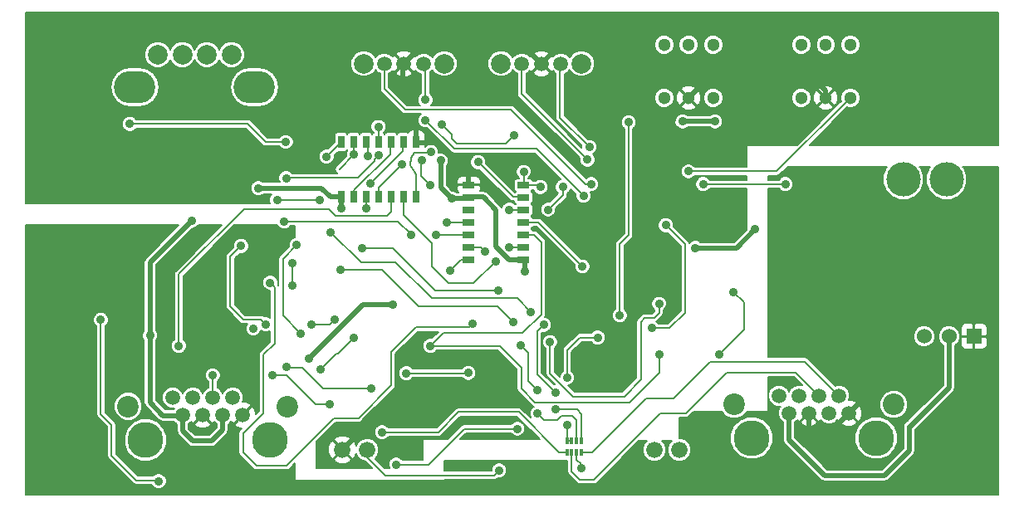
<source format=gbl>
G04 (created by PCBNEW (2013-mar-13)-testing) date Tue 15 Oct 2013 19:00:41 BST*
%MOIN*%
G04 Gerber Fmt 3.4, Leading zero omitted, Abs format*
%FSLAX34Y34*%
G01*
G70*
G90*
G04 APERTURE LIST*
%ADD10C,0.005906*%
%ADD11O,0.165354X0.129921*%
%ADD12C,0.078740*%
%ADD13C,0.059055*%
%ADD14R,0.050000X0.025000*%
%ADD15R,0.025000X0.050000*%
%ADD16C,0.066000*%
%ADD17R,0.011800X0.025600*%
%ADD18C,0.143700*%
%ADD19C,0.059100*%
%ADD20C,0.086614*%
%ADD21C,0.137795*%
%ADD22R,0.060000X0.060000*%
%ADD23C,0.060000*%
%ADD24C,0.051181*%
%ADD25C,0.035000*%
%ADD26C,0.019685*%
%ADD27C,0.007874*%
%ADD28C,0.039370*%
G04 APERTURE END LIST*
G54D10*
G54D11*
X14074Y-7874D03*
G54D12*
X11181Y-6574D03*
X12165Y-6574D03*
X10196Y-6574D03*
X13149Y-6574D03*
G54D11*
X9271Y-7874D03*
G54D13*
X24803Y-6929D03*
X26377Y-6929D03*
G54D12*
X23976Y-6929D03*
X27204Y-6929D03*
G54D13*
X25590Y-6929D03*
X19291Y-6929D03*
X20866Y-6929D03*
G54D12*
X18464Y-6929D03*
X21692Y-6929D03*
G54D13*
X20078Y-6929D03*
G54D14*
X24879Y-11807D03*
X24879Y-12307D03*
X24879Y-12807D03*
X24879Y-13307D03*
X24879Y-13807D03*
X24879Y-14307D03*
X24879Y-14807D03*
X22679Y-14807D03*
X22679Y-14307D03*
X22679Y-13807D03*
X22679Y-13307D03*
X22679Y-12807D03*
X22679Y-12307D03*
X22679Y-11807D03*
G54D15*
X20555Y-12281D03*
X20055Y-12281D03*
X19555Y-12281D03*
X19055Y-12281D03*
X18555Y-12281D03*
X18055Y-12281D03*
X17555Y-12281D03*
X17555Y-10081D03*
X18055Y-10081D03*
X18555Y-10081D03*
X19055Y-10081D03*
X19555Y-10081D03*
X20055Y-10081D03*
X20555Y-10081D03*
G54D16*
X31129Y-22440D03*
X30129Y-22440D03*
X17610Y-22440D03*
X18610Y-22440D03*
G54D17*
X26614Y-22075D03*
X26811Y-22075D03*
X27008Y-22075D03*
X27205Y-22075D03*
X27205Y-22528D03*
X27008Y-22528D03*
X26811Y-22528D03*
X26614Y-22528D03*
G54D18*
X39035Y-21968D03*
X34035Y-21968D03*
G54D19*
X37940Y-20968D03*
X37539Y-20267D03*
X37137Y-20968D03*
X36736Y-20267D03*
X36334Y-20968D03*
X35933Y-20267D03*
X35531Y-20968D03*
X35129Y-20267D03*
G54D20*
X39736Y-20618D03*
X33334Y-20618D03*
G54D18*
X14704Y-22047D03*
X9704Y-22047D03*
G54D19*
X13610Y-21047D03*
X13208Y-20346D03*
X12807Y-21047D03*
X12405Y-20346D03*
X12003Y-21047D03*
X11602Y-20346D03*
X11200Y-21047D03*
X10799Y-20346D03*
G54D20*
X15405Y-20696D03*
X9003Y-20696D03*
G54D21*
X41850Y-11574D03*
X40118Y-11574D03*
G54D22*
X42958Y-17883D03*
G54D23*
X41958Y-17883D03*
X40958Y-17883D03*
G54D24*
X31505Y-8307D03*
X31505Y-6181D03*
X30521Y-8307D03*
X32490Y-8307D03*
X30521Y-6181D03*
X32490Y-6181D03*
X37007Y-8307D03*
X37007Y-6181D03*
X36023Y-8307D03*
X37992Y-8307D03*
X36023Y-6181D03*
X37992Y-6181D03*
G54D25*
X36771Y-15000D03*
X33641Y-23779D03*
X34409Y-23759D03*
X13169Y-21909D03*
X35196Y-23740D03*
X14232Y-11929D03*
X21555Y-10826D03*
X34173Y-13582D03*
X31771Y-14330D03*
X14035Y-17578D03*
X16259Y-18779D03*
X19625Y-16614D03*
X24940Y-15275D03*
X21988Y-12342D03*
X17559Y-12755D03*
X9881Y-17854D03*
X11574Y-13228D03*
X32559Y-9251D03*
X31259Y-9251D03*
X15767Y-14212D03*
X15944Y-17775D03*
X13543Y-14251D03*
X14527Y-17401D03*
X16377Y-17401D03*
X17283Y-17204D03*
X14704Y-15728D03*
X22834Y-17381D03*
X23759Y-14862D03*
X24311Y-14311D03*
X21811Y-13307D03*
X23346Y-14488D03*
X21929Y-15236D03*
X18740Y-11751D03*
X16968Y-10669D03*
X23051Y-10885D03*
X20787Y-10826D03*
X21141Y-11811D03*
X18562Y-12755D03*
X23897Y-23267D03*
X28740Y-17047D03*
X29094Y-9291D03*
X26456Y-11889D03*
X25866Y-12795D03*
X30039Y-17559D03*
X30590Y-13425D03*
X12401Y-19448D03*
X14803Y-19448D03*
X17106Y-20610D03*
X19192Y-21732D03*
X19763Y-23031D03*
X24625Y-21594D03*
X27185Y-23188D03*
X15590Y-14940D03*
X15590Y-15846D03*
X22657Y-19350D03*
X20177Y-19370D03*
X18759Y-19980D03*
X15374Y-19114D03*
X11043Y-18267D03*
X23877Y-16043D03*
X30314Y-16574D03*
X18405Y-14350D03*
X14980Y-12401D03*
X16712Y-12401D03*
X25944Y-18110D03*
X27244Y-15078D03*
X21377Y-13818D03*
X20354Y-13818D03*
X15275Y-13267D03*
X26633Y-19547D03*
X26614Y-21456D03*
X27854Y-17933D03*
X30000Y-10787D03*
X28523Y-17952D03*
X28523Y-18759D03*
X28799Y-19055D03*
X27795Y-12795D03*
X24409Y-19625D03*
X16279Y-9527D03*
X23149Y-19625D03*
X12834Y-10669D03*
X16299Y-10669D03*
X10078Y-10669D03*
X9606Y-11574D03*
X20354Y-8425D03*
X20354Y-9094D03*
X18070Y-10590D03*
X24311Y-12795D03*
X21161Y-10472D03*
X21594Y-9370D03*
X24488Y-9822D03*
X32086Y-11771D03*
X35383Y-11771D03*
X31496Y-11259D03*
X25551Y-11889D03*
X18622Y-10649D03*
X24881Y-11279D03*
X18070Y-17952D03*
X19055Y-9468D03*
X16732Y-19212D03*
X17539Y-15216D03*
X24468Y-17303D03*
X24763Y-18248D03*
X25433Y-20059D03*
X25433Y-20984D03*
X26161Y-20826D03*
X26161Y-20137D03*
X25688Y-17421D03*
X25177Y-16909D03*
X17145Y-13700D03*
X10236Y-23700D03*
X7913Y-17224D03*
X9074Y-9350D03*
X15334Y-10078D03*
X15354Y-11535D03*
X19055Y-10610D03*
X20000Y-10964D03*
X33307Y-16102D03*
X32736Y-18602D03*
X30314Y-18622D03*
X21141Y-18267D03*
X27440Y-10787D03*
X27519Y-10275D03*
X27598Y-11771D03*
X20944Y-8385D03*
X20944Y-9212D03*
X27283Y-12244D03*
G54D26*
X38996Y-18366D02*
X38996Y-19913D01*
X36771Y-16141D02*
X38996Y-18366D01*
X36771Y-15000D02*
X36771Y-16141D01*
X38996Y-19913D02*
X37940Y-20968D01*
X36334Y-20968D02*
X36338Y-20972D01*
X37137Y-21771D02*
X37940Y-20968D01*
X36614Y-21771D02*
X37137Y-21771D01*
X36338Y-21496D02*
X36614Y-21771D01*
X36338Y-20972D02*
X36338Y-21496D01*
X14291Y-24055D02*
X34881Y-24055D01*
X13188Y-22952D02*
X14291Y-24055D01*
X13188Y-21929D02*
X13188Y-22952D01*
X13169Y-21909D02*
X13188Y-21929D01*
X34881Y-24055D02*
X35196Y-23740D01*
X40354Y-21496D02*
X40403Y-21496D01*
X36968Y-23464D02*
X39370Y-23464D01*
X39370Y-23464D02*
X40354Y-22480D01*
X35531Y-22027D02*
X36968Y-23464D01*
X35531Y-20968D02*
X35531Y-22027D01*
X40354Y-22480D02*
X40354Y-21496D01*
X41958Y-19940D02*
X41958Y-17883D01*
X40403Y-21496D02*
X41958Y-19940D01*
X14232Y-11929D02*
X16771Y-11929D01*
X17555Y-12281D02*
X17123Y-12281D01*
X16771Y-11929D02*
X17123Y-12281D01*
X21555Y-11909D02*
X21988Y-12342D01*
X21555Y-11909D02*
X21555Y-10826D01*
X17555Y-12281D02*
X17552Y-12283D01*
X33425Y-14330D02*
X34173Y-13582D01*
X31771Y-14330D02*
X33425Y-14330D01*
X18425Y-16614D02*
X16259Y-18779D01*
X19625Y-16614D02*
X18425Y-16614D01*
X24940Y-15275D02*
X24940Y-14868D01*
X24940Y-14868D02*
X24879Y-14807D01*
X17555Y-12281D02*
X17559Y-12285D01*
X17559Y-12285D02*
X17559Y-12755D01*
X22679Y-12307D02*
X22644Y-12342D01*
X22644Y-12342D02*
X21988Y-12342D01*
X11200Y-21047D02*
X11185Y-21062D01*
X9881Y-17854D02*
X9881Y-14921D01*
X9881Y-14921D02*
X11574Y-13228D01*
X9881Y-20531D02*
X9881Y-17854D01*
X10413Y-21062D02*
X9881Y-20531D01*
X11185Y-21062D02*
X10413Y-21062D01*
X11200Y-21047D02*
X11200Y-21692D01*
X12795Y-21059D02*
X12807Y-21047D01*
X12795Y-21653D02*
X12795Y-21059D01*
X12362Y-22086D02*
X12795Y-21653D01*
X11594Y-22086D02*
X12362Y-22086D01*
X11200Y-21692D02*
X11594Y-22086D01*
X24879Y-14807D02*
X24875Y-14803D01*
X24875Y-14803D02*
X24291Y-14803D01*
X24291Y-14803D02*
X23779Y-14291D01*
X23779Y-14291D02*
X23779Y-12795D01*
X23779Y-12795D02*
X23267Y-12283D01*
X23267Y-12283D02*
X22703Y-12283D01*
X22703Y-12283D02*
X22679Y-12307D01*
X31259Y-9251D02*
X32559Y-9251D01*
G54D27*
X15216Y-14763D02*
X15767Y-14212D01*
X15216Y-17047D02*
X15216Y-14763D01*
X15944Y-17775D02*
X15216Y-17047D01*
X13110Y-14685D02*
X13543Y-14251D01*
X13110Y-16692D02*
X13110Y-14685D01*
X13622Y-17204D02*
X13110Y-16692D01*
X14330Y-17204D02*
X13622Y-17204D01*
X14527Y-17401D02*
X14330Y-17204D01*
X17086Y-17401D02*
X16377Y-17401D01*
X17283Y-17204D02*
X17086Y-17401D01*
X14429Y-19488D02*
X14429Y-18622D01*
X14881Y-15905D02*
X14704Y-15728D01*
X14881Y-18169D02*
X14881Y-15905D01*
X14429Y-18622D02*
X14881Y-18169D01*
X20551Y-17519D02*
X22696Y-17519D01*
X14429Y-19488D02*
X14429Y-20964D01*
X14429Y-20964D02*
X13622Y-21771D01*
X13622Y-21771D02*
X13622Y-22539D01*
X13622Y-22539D02*
X14153Y-23070D01*
X14153Y-23070D02*
X15374Y-23070D01*
X15374Y-23070D02*
X17263Y-21181D01*
X17263Y-21181D02*
X18248Y-21181D01*
X18248Y-21181D02*
X18248Y-21161D01*
X18248Y-21161D02*
X19566Y-19842D01*
X19566Y-19842D02*
X19566Y-18503D01*
X19566Y-18503D02*
X20551Y-17519D01*
X22696Y-17519D02*
X22834Y-17381D01*
X23759Y-14862D02*
X22874Y-15748D01*
X20059Y-12285D02*
X20059Y-13011D01*
X24311Y-14311D02*
X24875Y-14311D01*
X24879Y-14307D02*
X24875Y-14311D01*
X20059Y-12285D02*
X20055Y-12281D01*
X21181Y-14133D02*
X20059Y-13011D01*
X21181Y-15078D02*
X21181Y-14133D01*
X21850Y-15748D02*
X21181Y-15078D01*
X22874Y-15748D02*
X21850Y-15748D01*
X21811Y-13307D02*
X22679Y-13307D01*
X22679Y-14307D02*
X23165Y-14307D01*
X23165Y-14307D02*
X23346Y-14488D01*
X22679Y-14807D02*
X22358Y-14807D01*
X22358Y-14807D02*
X21929Y-15236D01*
X17555Y-10081D02*
X16968Y-10667D01*
X20039Y-10096D02*
X20055Y-10081D01*
X20039Y-10452D02*
X20039Y-10096D01*
X18740Y-11751D02*
X20039Y-10452D01*
X16968Y-10667D02*
X16968Y-10669D01*
X18555Y-12281D02*
X18562Y-12288D01*
X24855Y-12283D02*
X24879Y-12307D01*
X24448Y-12283D02*
X24855Y-12283D01*
X23051Y-10885D02*
X24448Y-12283D01*
X20767Y-10846D02*
X20787Y-10826D01*
X20767Y-11456D02*
X20767Y-10846D01*
X21122Y-11811D02*
X20767Y-11456D01*
X21141Y-11811D02*
X21122Y-11811D01*
X18562Y-12288D02*
X18562Y-12755D01*
X18610Y-22440D02*
X18610Y-22744D01*
X23700Y-23464D02*
X23897Y-23267D01*
X19330Y-23464D02*
X23700Y-23464D01*
X18610Y-22744D02*
X19330Y-23464D01*
X28740Y-14173D02*
X28740Y-17047D01*
X29094Y-13818D02*
X28740Y-14173D01*
X29094Y-9291D02*
X29094Y-13818D01*
X26456Y-12204D02*
X26456Y-11889D01*
X25866Y-12795D02*
X26456Y-12204D01*
X30039Y-17559D02*
X30728Y-17559D01*
X31358Y-14192D02*
X30590Y-13425D01*
X31358Y-16929D02*
X31358Y-14192D01*
X30728Y-17559D02*
X31358Y-16929D01*
X27205Y-22528D02*
X27629Y-22528D01*
X36169Y-18897D02*
X37539Y-20267D01*
X32362Y-18897D02*
X36169Y-18897D01*
X30885Y-20374D02*
X32362Y-18897D01*
X29783Y-20374D02*
X30885Y-20374D01*
X27629Y-22528D02*
X29783Y-20374D01*
X26614Y-22528D02*
X26287Y-22528D01*
X12405Y-19452D02*
X12405Y-20346D01*
X12401Y-19448D02*
X12405Y-19452D01*
X15374Y-19448D02*
X14803Y-19448D01*
X16535Y-20610D02*
X15374Y-19448D01*
X17106Y-20610D02*
X16535Y-20610D01*
X21456Y-21732D02*
X19192Y-21732D01*
X22263Y-20925D02*
X21456Y-21732D01*
X24685Y-20925D02*
X22263Y-20925D01*
X26287Y-22528D02*
X24685Y-20925D01*
X26811Y-22528D02*
X26811Y-23307D01*
X35799Y-19330D02*
X36736Y-20267D01*
X33031Y-19330D02*
X35799Y-19330D01*
X31397Y-20964D02*
X33031Y-19330D01*
X30374Y-20964D02*
X31397Y-20964D01*
X27696Y-23641D02*
X30374Y-20964D01*
X27145Y-23641D02*
X27696Y-23641D01*
X26811Y-23307D02*
X27145Y-23641D01*
X27008Y-22528D02*
X27008Y-22835D01*
X21062Y-23031D02*
X19763Y-23031D01*
X22500Y-21594D02*
X21062Y-23031D01*
X24625Y-21594D02*
X22500Y-21594D01*
X27185Y-23011D02*
X27185Y-23188D01*
X27008Y-22835D02*
X27185Y-23011D01*
X15590Y-15846D02*
X15590Y-14940D01*
X22637Y-19370D02*
X22657Y-19350D01*
X20177Y-19370D02*
X22637Y-19370D01*
X16830Y-19980D02*
X15984Y-19133D01*
X18759Y-19980D02*
X16830Y-19980D01*
X15393Y-19133D02*
X15984Y-19133D01*
X15374Y-19114D02*
X15393Y-19133D01*
X11043Y-18267D02*
X11043Y-15393D01*
X11043Y-15393D02*
X13661Y-12775D01*
X13661Y-12775D02*
X17047Y-12775D01*
X17047Y-12775D02*
X17322Y-13051D01*
X17322Y-13051D02*
X19389Y-13051D01*
X19389Y-13051D02*
X19547Y-12893D01*
X19547Y-12893D02*
X19547Y-12288D01*
X19555Y-12281D02*
X19547Y-12288D01*
X18055Y-12281D02*
X18051Y-12277D01*
X19547Y-10088D02*
X19555Y-10081D01*
X19527Y-10570D02*
X19547Y-10088D01*
X18051Y-12007D02*
X19527Y-10570D01*
X18051Y-12277D02*
X18051Y-12007D01*
X25944Y-19389D02*
X25944Y-18110D01*
X26850Y-20295D02*
X28917Y-20295D01*
X28917Y-20295D02*
X29586Y-19625D01*
X29586Y-19625D02*
X29586Y-17303D01*
X21338Y-16043D02*
X19645Y-14350D01*
X25944Y-19389D02*
X26850Y-20295D01*
X29586Y-17303D02*
X29744Y-17145D01*
X30314Y-16948D02*
X30314Y-16574D01*
X30118Y-17145D02*
X30314Y-16948D01*
X29744Y-17145D02*
X30118Y-17145D01*
X21338Y-16043D02*
X23877Y-16043D01*
X14980Y-12401D02*
X16712Y-12401D01*
X19645Y-14350D02*
X18405Y-14350D01*
X25472Y-13307D02*
X24879Y-13307D01*
X27244Y-15078D02*
X25472Y-13307D01*
X21389Y-13807D02*
X22679Y-13807D01*
X21377Y-13818D02*
X21389Y-13807D01*
X20354Y-13779D02*
X20354Y-13818D01*
X19842Y-13267D02*
X20354Y-13779D01*
X15275Y-13267D02*
X19842Y-13267D01*
X26633Y-19547D02*
X26633Y-18444D01*
X26614Y-21456D02*
X26614Y-21456D01*
X26614Y-21456D02*
X26614Y-22075D01*
X27145Y-17933D02*
X26633Y-18444D01*
X27854Y-17933D02*
X27145Y-17933D01*
X26614Y-22075D02*
X26811Y-22075D01*
G54D26*
X30000Y-10787D02*
X30000Y-7883D01*
X30324Y-7559D02*
X32253Y-7559D01*
X30000Y-7883D02*
X30324Y-7559D01*
X37007Y-8307D02*
X37007Y-8021D01*
X37007Y-8021D02*
X36545Y-7559D01*
X36545Y-7559D02*
X32253Y-7559D01*
X32253Y-7559D02*
X31505Y-8307D01*
G54D28*
X28523Y-17952D02*
X28740Y-17952D01*
X28740Y-17952D02*
X28799Y-17893D01*
G54D26*
X27795Y-14685D02*
X28366Y-15255D01*
X27795Y-12795D02*
X27795Y-14685D01*
X28366Y-17460D02*
X28799Y-17893D01*
X28366Y-15255D02*
X28366Y-17460D01*
X28799Y-17893D02*
X28799Y-19055D01*
X23149Y-19625D02*
X24409Y-19625D01*
X20354Y-9094D02*
X18110Y-9094D01*
X17677Y-9527D02*
X16279Y-9527D01*
X18110Y-9094D02*
X17677Y-9527D01*
X17610Y-22440D02*
X19716Y-20334D01*
X19716Y-20334D02*
X22440Y-20334D01*
X22440Y-20334D02*
X23149Y-19625D01*
X20555Y-10081D02*
X20572Y-10098D01*
X22657Y-11785D02*
X22679Y-11807D01*
X22657Y-11417D02*
X22657Y-11785D01*
X21338Y-10098D02*
X22657Y-11417D01*
X20572Y-10098D02*
X21338Y-10098D01*
X12834Y-10669D02*
X16299Y-10669D01*
X9606Y-11141D02*
X10078Y-10669D01*
X9606Y-11574D02*
X9606Y-11141D01*
X20555Y-10081D02*
X20551Y-10077D01*
X20039Y-6968D02*
X20078Y-6929D01*
X20039Y-7519D02*
X20039Y-6968D01*
X20354Y-7834D02*
X20039Y-7519D01*
X20354Y-8425D02*
X20354Y-7834D01*
X20354Y-9291D02*
X20354Y-9094D01*
X20551Y-9488D02*
X20354Y-9291D01*
X20551Y-10077D02*
X20551Y-9488D01*
X25590Y-6929D02*
X26377Y-6141D01*
X20078Y-6929D02*
X20944Y-6062D01*
X24724Y-6062D02*
X25590Y-6929D01*
X20944Y-6062D02*
X24724Y-6062D01*
G54D27*
X24867Y-12795D02*
X24311Y-12795D01*
X24879Y-12807D02*
X24867Y-12795D01*
X18070Y-10590D02*
X17480Y-11181D01*
X18055Y-10081D02*
X18070Y-10096D01*
X18070Y-10096D02*
X18070Y-10590D01*
X20551Y-12277D02*
X20551Y-11377D01*
X20551Y-11377D02*
X20334Y-11023D01*
X20334Y-11023D02*
X20351Y-10703D01*
X20351Y-10703D02*
X20511Y-10511D01*
X20511Y-10511D02*
X21122Y-10511D01*
X21122Y-10511D02*
X21161Y-10472D01*
X21594Y-9370D02*
X21988Y-9763D01*
X21988Y-9763D02*
X21988Y-9940D01*
X21988Y-9940D02*
X22204Y-10157D01*
X22204Y-10157D02*
X24153Y-10157D01*
X24153Y-10157D02*
X24488Y-9822D01*
X20551Y-12277D02*
X20555Y-12281D01*
X32086Y-11771D02*
X35118Y-11771D01*
X35383Y-11771D02*
X35118Y-11771D01*
X34527Y-11259D02*
X35039Y-11259D01*
X31496Y-11259D02*
X34527Y-11259D01*
X35039Y-11259D02*
X37992Y-8307D01*
X25468Y-11807D02*
X24879Y-11807D01*
X25551Y-11889D02*
X25468Y-11807D01*
X24879Y-11807D02*
X24881Y-11804D01*
X18622Y-10148D02*
X18555Y-10081D01*
X18622Y-10649D02*
X18622Y-10148D01*
X24881Y-11804D02*
X24881Y-11279D01*
X17440Y-18582D02*
X17362Y-18582D01*
X17362Y-18582D02*
X16732Y-19212D01*
X18070Y-17952D02*
X17440Y-18582D01*
X19055Y-9468D02*
X19055Y-10081D01*
X27008Y-22075D02*
X27008Y-21260D01*
X19212Y-15216D02*
X17539Y-15216D01*
X20669Y-16673D02*
X19212Y-15216D01*
X23838Y-16673D02*
X20669Y-16673D01*
X24468Y-17303D02*
X23838Y-16673D01*
X25059Y-18543D02*
X24763Y-18248D01*
X25059Y-19685D02*
X25059Y-18543D01*
X25433Y-20059D02*
X25059Y-19685D01*
X25708Y-21259D02*
X25433Y-20984D01*
X26220Y-21259D02*
X25708Y-21259D01*
X26397Y-21082D02*
X26220Y-21259D01*
X26830Y-21082D02*
X26397Y-21082D01*
X27008Y-21260D02*
X26830Y-21082D01*
X21181Y-16358D02*
X19744Y-14921D01*
X27205Y-21004D02*
X27027Y-20826D01*
X27027Y-20826D02*
X26161Y-20826D01*
X26161Y-20137D02*
X25433Y-19409D01*
X25433Y-19409D02*
X25433Y-17677D01*
X25433Y-17677D02*
X25688Y-17421D01*
X25177Y-16909D02*
X24625Y-16358D01*
X24625Y-16358D02*
X21181Y-16358D01*
X27205Y-22075D02*
X27205Y-21004D01*
X18366Y-14921D02*
X17145Y-13700D01*
X19744Y-14921D02*
X18366Y-14921D01*
X13799Y-9350D02*
X14527Y-10078D01*
X14527Y-10078D02*
X15334Y-10078D01*
X19055Y-12281D02*
X19055Y-11909D01*
X10196Y-23661D02*
X10236Y-23700D01*
X9330Y-23661D02*
X10196Y-23661D01*
X8346Y-22677D02*
X9330Y-23661D01*
X8346Y-21437D02*
X8346Y-22677D01*
X7913Y-21003D02*
X8346Y-21437D01*
X7913Y-17224D02*
X7913Y-21003D01*
X13799Y-9350D02*
X9074Y-9350D01*
X15374Y-11515D02*
X15354Y-11535D01*
X18228Y-11515D02*
X15374Y-11515D01*
X18897Y-10846D02*
X18228Y-11515D01*
X18897Y-10767D02*
X18897Y-10846D01*
X19055Y-10610D02*
X18897Y-10767D01*
X19055Y-11909D02*
X20000Y-10964D01*
X33720Y-16515D02*
X33307Y-16102D01*
X33720Y-17618D02*
X33720Y-16515D01*
X32736Y-18602D02*
X33720Y-17618D01*
X21141Y-18267D02*
X23917Y-18267D01*
X30314Y-19330D02*
X30314Y-18622D01*
X29114Y-20531D02*
X30314Y-19330D01*
X25334Y-20531D02*
X29114Y-20531D01*
X24783Y-19980D02*
X25334Y-20531D01*
X24783Y-19133D02*
X24783Y-19980D01*
X23917Y-18267D02*
X24783Y-19133D01*
X21653Y-17755D02*
X24842Y-17755D01*
X24891Y-13818D02*
X25295Y-13818D01*
X25295Y-13818D02*
X25590Y-14114D01*
X25590Y-14114D02*
X25590Y-17007D01*
X21141Y-18267D02*
X21653Y-17755D01*
X24891Y-13818D02*
X24879Y-13807D01*
X24842Y-17755D02*
X25590Y-17007D01*
X24803Y-8149D02*
X24803Y-6929D01*
X27440Y-10787D02*
X24803Y-8149D01*
X26338Y-6968D02*
X26377Y-6929D01*
X26338Y-9094D02*
X26338Y-6968D01*
X27519Y-10275D02*
X26338Y-9094D01*
X19291Y-7952D02*
X19291Y-6929D01*
X20118Y-8779D02*
X19291Y-7952D01*
X24370Y-8779D02*
X20118Y-8779D01*
X27362Y-11771D02*
X24370Y-8779D01*
X27598Y-11771D02*
X27362Y-11771D01*
X20944Y-7007D02*
X20866Y-6929D01*
X20944Y-8385D02*
X20944Y-7007D01*
X22086Y-10354D02*
X20944Y-9212D01*
X25393Y-10354D02*
X22086Y-10354D01*
X27283Y-12244D02*
X25393Y-10354D01*
G54D10*
G36*
X12559Y-21555D02*
X12333Y-21781D01*
X12333Y-21404D01*
X12003Y-21075D01*
X11674Y-21404D01*
X11699Y-21499D01*
X11895Y-21581D01*
X12108Y-21582D01*
X12305Y-21501D01*
X12308Y-21499D01*
X12333Y-21404D01*
X12333Y-21781D01*
X12264Y-21850D01*
X11692Y-21850D01*
X11437Y-21595D01*
X11437Y-21418D01*
X11445Y-21414D01*
X11538Y-21322D01*
X11549Y-21348D01*
X11551Y-21351D01*
X11646Y-21376D01*
X11976Y-21047D01*
X11970Y-21041D01*
X11998Y-21013D01*
X12003Y-21019D01*
X12009Y-21013D01*
X12037Y-21041D01*
X12031Y-21047D01*
X12360Y-21376D01*
X12456Y-21351D01*
X12468Y-21321D01*
X12559Y-21412D01*
X12559Y-21555D01*
X12559Y-21555D01*
G37*
G54D27*
X12559Y-21555D02*
X12333Y-21781D01*
X12333Y-21404D01*
X12003Y-21075D01*
X11674Y-21404D01*
X11699Y-21499D01*
X11895Y-21581D01*
X12108Y-21582D01*
X12305Y-21501D01*
X12308Y-21499D01*
X12333Y-21404D01*
X12333Y-21781D01*
X12264Y-21850D01*
X11692Y-21850D01*
X11437Y-21595D01*
X11437Y-21418D01*
X11445Y-21414D01*
X11538Y-21322D01*
X11549Y-21348D01*
X11551Y-21351D01*
X11646Y-21376D01*
X11976Y-21047D01*
X11970Y-21041D01*
X11998Y-21013D01*
X12003Y-21019D01*
X12009Y-21013D01*
X12037Y-21041D01*
X12031Y-21047D01*
X12360Y-21376D01*
X12456Y-21351D01*
X12468Y-21321D01*
X12559Y-21412D01*
X12559Y-21555D01*
G54D10*
G36*
X43937Y-24251D02*
X43498Y-24251D01*
X43498Y-18231D01*
X43498Y-18136D01*
X43498Y-17963D01*
X43498Y-17804D01*
X43498Y-17631D01*
X43498Y-17536D01*
X43461Y-17448D01*
X43394Y-17380D01*
X43306Y-17344D01*
X43038Y-17344D01*
X42978Y-17404D01*
X42978Y-17864D01*
X43438Y-17864D01*
X43498Y-17804D01*
X43498Y-17963D01*
X43438Y-17903D01*
X42978Y-17903D01*
X42978Y-18363D01*
X43038Y-18423D01*
X43306Y-18423D01*
X43394Y-18386D01*
X43461Y-18319D01*
X43498Y-18231D01*
X43498Y-24251D01*
X42938Y-24251D01*
X42938Y-18363D01*
X42938Y-17903D01*
X42938Y-17864D01*
X42938Y-17404D01*
X42879Y-17344D01*
X42611Y-17344D01*
X42523Y-17380D01*
X42455Y-17448D01*
X42419Y-17536D01*
X42419Y-17631D01*
X42419Y-17804D01*
X42479Y-17864D01*
X42938Y-17864D01*
X42938Y-17903D01*
X42479Y-17903D01*
X42419Y-17963D01*
X42419Y-18136D01*
X42419Y-18231D01*
X42455Y-18319D01*
X42523Y-18386D01*
X42611Y-18423D01*
X42879Y-18423D01*
X42938Y-18363D01*
X42938Y-24251D01*
X34891Y-24251D01*
X34891Y-21798D01*
X34761Y-21484D01*
X34521Y-21242D01*
X34206Y-21112D01*
X33865Y-21112D01*
X33551Y-21242D01*
X33309Y-21482D01*
X33179Y-21797D01*
X33178Y-22138D01*
X33309Y-22452D01*
X33549Y-22694D01*
X33864Y-22824D01*
X34205Y-22824D01*
X34519Y-22694D01*
X34760Y-22454D01*
X34891Y-22139D01*
X34891Y-21798D01*
X34891Y-24251D01*
X10561Y-24251D01*
X10561Y-21877D01*
X10431Y-21562D01*
X10190Y-21321D01*
X9875Y-21191D01*
X9574Y-21190D01*
X9574Y-20583D01*
X9488Y-20373D01*
X9327Y-20213D01*
X9117Y-20126D01*
X8890Y-20125D01*
X8680Y-20212D01*
X8520Y-20373D01*
X8433Y-20582D01*
X8432Y-20809D01*
X8519Y-21019D01*
X8680Y-21180D01*
X8889Y-21267D01*
X9116Y-21267D01*
X9326Y-21181D01*
X9487Y-21020D01*
X9574Y-20810D01*
X9574Y-20583D01*
X9574Y-21190D01*
X9535Y-21190D01*
X9220Y-21320D01*
X8979Y-21561D01*
X8848Y-21876D01*
X8848Y-22216D01*
X8978Y-22531D01*
X9219Y-22772D01*
X9533Y-22903D01*
X9874Y-22903D01*
X10189Y-22773D01*
X10430Y-22532D01*
X10560Y-22218D01*
X10561Y-21877D01*
X10561Y-24251D01*
X10549Y-24251D01*
X10549Y-23638D01*
X10501Y-23523D01*
X10413Y-23435D01*
X10298Y-23388D01*
X10174Y-23387D01*
X10059Y-23435D01*
X10010Y-23484D01*
X9404Y-23484D01*
X8523Y-22603D01*
X8523Y-21437D01*
X8510Y-21369D01*
X8510Y-21369D01*
X8471Y-21311D01*
X8090Y-20930D01*
X8090Y-17489D01*
X8178Y-17401D01*
X8226Y-17286D01*
X8226Y-17162D01*
X8178Y-17047D01*
X8090Y-16959D01*
X7975Y-16911D01*
X7851Y-16911D01*
X7736Y-16959D01*
X7648Y-17046D01*
X7600Y-17161D01*
X7600Y-17286D01*
X7648Y-17401D01*
X7735Y-17489D01*
X7736Y-17489D01*
X7736Y-21003D01*
X7749Y-21071D01*
X7788Y-21129D01*
X8169Y-21510D01*
X8169Y-22677D01*
X8182Y-22744D01*
X8221Y-22802D01*
X9205Y-23786D01*
X9262Y-23825D01*
X9262Y-23825D01*
X9330Y-23838D01*
X9954Y-23838D01*
X9970Y-23877D01*
X10058Y-23965D01*
X10173Y-24013D01*
X10298Y-24013D01*
X10413Y-23966D01*
X10501Y-23878D01*
X10548Y-23763D01*
X10549Y-23638D01*
X10549Y-24251D01*
X4881Y-24251D01*
X4881Y-13425D01*
X11043Y-13425D01*
X9714Y-14754D01*
X9663Y-14830D01*
X9645Y-14921D01*
X9645Y-17648D01*
X9616Y-17676D01*
X9569Y-17791D01*
X9569Y-17916D01*
X9616Y-18031D01*
X9645Y-18060D01*
X9645Y-20531D01*
X9663Y-20621D01*
X9714Y-20698D01*
X10246Y-21230D01*
X10322Y-21281D01*
X10322Y-21281D01*
X10413Y-21299D01*
X10840Y-21299D01*
X10955Y-21414D01*
X10964Y-21418D01*
X10964Y-21692D01*
X10982Y-21783D01*
X11033Y-21859D01*
X11427Y-22253D01*
X11504Y-22304D01*
X11594Y-22322D01*
X12362Y-22322D01*
X12452Y-22304D01*
X12529Y-22253D01*
X12962Y-21820D01*
X13013Y-21743D01*
X13031Y-21653D01*
X13031Y-21423D01*
X13052Y-21414D01*
X13144Y-21322D01*
X13155Y-21348D01*
X13157Y-21351D01*
X13253Y-21376D01*
X13582Y-21047D01*
X13576Y-21041D01*
X13604Y-21013D01*
X13610Y-21019D01*
X13939Y-20690D01*
X13914Y-20594D01*
X13718Y-20512D01*
X13608Y-20512D01*
X13641Y-20433D01*
X13642Y-20260D01*
X13576Y-20101D01*
X13454Y-19979D01*
X13295Y-19913D01*
X13122Y-19913D01*
X12963Y-19978D01*
X12841Y-20100D01*
X12807Y-20183D01*
X12773Y-20101D01*
X12651Y-19979D01*
X12582Y-19950D01*
X12582Y-19710D01*
X12666Y-19626D01*
X12714Y-19511D01*
X12714Y-19386D01*
X12666Y-19271D01*
X12578Y-19183D01*
X12464Y-19136D01*
X12339Y-19135D01*
X12224Y-19183D01*
X12136Y-19271D01*
X12088Y-19386D01*
X12088Y-19510D01*
X12136Y-19625D01*
X12224Y-19713D01*
X12228Y-19715D01*
X12228Y-19950D01*
X12160Y-19978D01*
X12038Y-20100D01*
X12003Y-20183D01*
X11969Y-20101D01*
X11848Y-19979D01*
X11688Y-19913D01*
X11516Y-19913D01*
X11357Y-19978D01*
X11235Y-20100D01*
X11200Y-20183D01*
X11166Y-20101D01*
X11044Y-19979D01*
X10885Y-19913D01*
X10713Y-19913D01*
X10554Y-19978D01*
X10432Y-20100D01*
X10365Y-20259D01*
X10365Y-20432D01*
X10431Y-20591D01*
X10553Y-20713D01*
X10712Y-20779D01*
X10855Y-20779D01*
X10833Y-20801D01*
X10823Y-20826D01*
X10511Y-20826D01*
X10118Y-20433D01*
X10118Y-18060D01*
X10146Y-18031D01*
X10194Y-17916D01*
X10194Y-17792D01*
X10147Y-17677D01*
X10118Y-17648D01*
X10118Y-15019D01*
X11596Y-13541D01*
X11636Y-13541D01*
X11751Y-13493D01*
X11820Y-13425D01*
X12761Y-13425D01*
X10918Y-15268D01*
X10879Y-15325D01*
X10866Y-15393D01*
X10866Y-18002D01*
X10778Y-18090D01*
X10730Y-18205D01*
X10730Y-18329D01*
X10777Y-18444D01*
X10865Y-18532D01*
X10980Y-18580D01*
X11105Y-18580D01*
X11220Y-18533D01*
X11308Y-18445D01*
X11356Y-18330D01*
X11356Y-18205D01*
X11308Y-18090D01*
X11220Y-18002D01*
X11220Y-18002D01*
X11220Y-15467D01*
X13262Y-13425D01*
X15002Y-13425D01*
X15010Y-13444D01*
X15098Y-13532D01*
X15213Y-13580D01*
X15337Y-13580D01*
X15452Y-13533D01*
X15540Y-13445D01*
X15540Y-13444D01*
X15708Y-13444D01*
X15708Y-13899D01*
X15705Y-13899D01*
X15590Y-13947D01*
X15502Y-14035D01*
X15454Y-14150D01*
X15454Y-14274D01*
X15454Y-14274D01*
X15091Y-14638D01*
X15052Y-14695D01*
X15039Y-14763D01*
X15039Y-15828D01*
X15016Y-15793D01*
X15017Y-15790D01*
X15017Y-15666D01*
X14970Y-15551D01*
X14882Y-15463D01*
X14767Y-15415D01*
X14642Y-15415D01*
X14527Y-15463D01*
X14439Y-15550D01*
X14391Y-15665D01*
X14391Y-15790D01*
X14439Y-15905D01*
X14527Y-15993D01*
X14642Y-16041D01*
X14704Y-16041D01*
X14704Y-17136D01*
X14590Y-17088D01*
X14465Y-17088D01*
X14465Y-17088D01*
X14455Y-17079D01*
X14398Y-17041D01*
X14330Y-17027D01*
X13695Y-17027D01*
X13287Y-16619D01*
X13287Y-14758D01*
X13481Y-14564D01*
X13605Y-14564D01*
X13720Y-14517D01*
X13808Y-14429D01*
X13856Y-14314D01*
X13856Y-14190D01*
X13808Y-14075D01*
X13720Y-13986D01*
X13605Y-13939D01*
X13481Y-13939D01*
X13366Y-13986D01*
X13278Y-14074D01*
X13230Y-14189D01*
X13230Y-14313D01*
X13230Y-14314D01*
X12984Y-14559D01*
X12946Y-14617D01*
X12933Y-14685D01*
X12933Y-16692D01*
X12946Y-16760D01*
X12984Y-16818D01*
X13496Y-17329D01*
X13554Y-17368D01*
X13554Y-17368D01*
X13622Y-17381D01*
X13789Y-17381D01*
X13770Y-17401D01*
X13722Y-17516D01*
X13722Y-17640D01*
X13770Y-17755D01*
X13858Y-17843D01*
X13972Y-17891D01*
X14097Y-17891D01*
X14212Y-17844D01*
X14300Y-17756D01*
X14341Y-17657D01*
X14350Y-17666D01*
X14465Y-17714D01*
X14589Y-17714D01*
X14704Y-17666D01*
X14704Y-17666D01*
X14704Y-18095D01*
X14303Y-18496D01*
X14265Y-18554D01*
X14251Y-18622D01*
X14251Y-19488D01*
X14251Y-20891D01*
X14145Y-20997D01*
X14145Y-20942D01*
X14064Y-20745D01*
X14062Y-20742D01*
X13967Y-20718D01*
X13638Y-21047D01*
X13643Y-21052D01*
X13615Y-21080D01*
X13610Y-21075D01*
X13281Y-21404D01*
X13305Y-21499D01*
X13502Y-21581D01*
X13561Y-21581D01*
X13496Y-21646D01*
X13458Y-21703D01*
X13444Y-21771D01*
X13444Y-22539D01*
X13458Y-22607D01*
X13496Y-22664D01*
X14028Y-23196D01*
X14085Y-23234D01*
X14153Y-23248D01*
X15374Y-23248D01*
X15441Y-23234D01*
X15441Y-23234D01*
X15499Y-23196D01*
X15708Y-22986D01*
X15708Y-23228D01*
X15708Y-23661D01*
X21692Y-23661D01*
X21692Y-23641D01*
X23700Y-23641D01*
X23768Y-23628D01*
X23768Y-23628D01*
X23826Y-23589D01*
X23835Y-23580D01*
X23959Y-23580D01*
X24074Y-23533D01*
X24162Y-23445D01*
X24210Y-23330D01*
X24210Y-23205D01*
X24162Y-23090D01*
X24075Y-23002D01*
X23960Y-22954D01*
X23835Y-22954D01*
X23720Y-23002D01*
X23632Y-23090D01*
X23584Y-23205D01*
X23584Y-23287D01*
X21692Y-23287D01*
X21692Y-22874D01*
X26634Y-22874D01*
X26634Y-23307D01*
X26647Y-23375D01*
X26686Y-23432D01*
X27020Y-23767D01*
X27077Y-23805D01*
X27077Y-23805D01*
X27145Y-23818D01*
X27696Y-23818D01*
X27764Y-23805D01*
X27764Y-23805D01*
X27822Y-23767D01*
X29502Y-22086D01*
X29822Y-22086D01*
X29733Y-22175D01*
X29662Y-22347D01*
X29662Y-22533D01*
X29733Y-22705D01*
X29864Y-22837D01*
X30036Y-22908D01*
X30222Y-22908D01*
X30394Y-22837D01*
X30526Y-22706D01*
X30597Y-22534D01*
X30597Y-22348D01*
X30526Y-22176D01*
X30437Y-22086D01*
X30822Y-22086D01*
X30733Y-22175D01*
X30662Y-22347D01*
X30662Y-22533D01*
X30733Y-22705D01*
X30864Y-22837D01*
X31036Y-22908D01*
X31222Y-22908D01*
X31394Y-22837D01*
X31526Y-22706D01*
X31597Y-22534D01*
X31597Y-22348D01*
X31526Y-22176D01*
X31395Y-22044D01*
X31223Y-21973D01*
X31141Y-21973D01*
X31141Y-21141D01*
X31397Y-21141D01*
X31465Y-21128D01*
X31465Y-21128D01*
X31522Y-21089D01*
X31707Y-20905D01*
X32835Y-20905D01*
X32850Y-20941D01*
X33010Y-21101D01*
X33220Y-21188D01*
X33447Y-21189D01*
X33657Y-21102D01*
X33818Y-20941D01*
X33833Y-20905D01*
X34685Y-20905D01*
X34685Y-19507D01*
X35725Y-19507D01*
X36075Y-19857D01*
X36019Y-19834D01*
X35847Y-19834D01*
X35687Y-19900D01*
X35565Y-20021D01*
X35531Y-20104D01*
X35497Y-20022D01*
X35375Y-19900D01*
X35216Y-19834D01*
X35044Y-19834D01*
X34884Y-19900D01*
X34762Y-20021D01*
X34696Y-20181D01*
X34696Y-20353D01*
X34762Y-20512D01*
X34884Y-20634D01*
X35043Y-20700D01*
X35186Y-20701D01*
X35164Y-20722D01*
X35098Y-20881D01*
X35098Y-21054D01*
X35163Y-21213D01*
X35285Y-21335D01*
X35295Y-21339D01*
X35295Y-22027D01*
X35313Y-22117D01*
X35364Y-22194D01*
X36801Y-23631D01*
X36878Y-23682D01*
X36968Y-23700D01*
X39370Y-23700D01*
X39460Y-23682D01*
X39537Y-23631D01*
X40521Y-22647D01*
X40572Y-22570D01*
X40590Y-22480D01*
X40590Y-21643D01*
X42125Y-20107D01*
X42176Y-20031D01*
X42194Y-19940D01*
X42194Y-18259D01*
X42206Y-18255D01*
X42329Y-18132D01*
X42396Y-17971D01*
X42396Y-17797D01*
X42330Y-17636D01*
X42206Y-17512D01*
X42046Y-17446D01*
X41871Y-17445D01*
X41710Y-17512D01*
X41587Y-17635D01*
X41520Y-17796D01*
X41520Y-17970D01*
X41587Y-18131D01*
X41710Y-18254D01*
X41722Y-18259D01*
X41722Y-19843D01*
X41396Y-20169D01*
X41396Y-17797D01*
X41330Y-17636D01*
X41206Y-17512D01*
X41046Y-17446D01*
X40871Y-17445D01*
X40710Y-17512D01*
X40587Y-17635D01*
X40520Y-17796D01*
X40520Y-17970D01*
X40587Y-18131D01*
X40710Y-18254D01*
X40871Y-18321D01*
X41045Y-18321D01*
X41206Y-18255D01*
X41329Y-18132D01*
X41396Y-17971D01*
X41396Y-17797D01*
X41396Y-20169D01*
X40307Y-21258D01*
X40307Y-20505D01*
X40220Y-20295D01*
X40060Y-20134D01*
X39850Y-20047D01*
X39623Y-20047D01*
X39413Y-20133D01*
X39252Y-20294D01*
X39165Y-20504D01*
X39165Y-20731D01*
X39251Y-20941D01*
X39412Y-21101D01*
X39622Y-21188D01*
X39849Y-21189D01*
X40059Y-21102D01*
X40219Y-20941D01*
X40306Y-20732D01*
X40307Y-20505D01*
X40307Y-21258D01*
X40293Y-21271D01*
X40263Y-21277D01*
X40187Y-21329D01*
X40136Y-21405D01*
X40118Y-21496D01*
X40118Y-22382D01*
X39891Y-22608D01*
X39891Y-21798D01*
X39761Y-21484D01*
X39521Y-21242D01*
X39206Y-21112D01*
X38865Y-21112D01*
X38551Y-21242D01*
X38476Y-21316D01*
X38476Y-20863D01*
X38395Y-20666D01*
X38393Y-20664D01*
X38297Y-20639D01*
X37968Y-20968D01*
X38297Y-21297D01*
X38393Y-21272D01*
X38475Y-21076D01*
X38476Y-20863D01*
X38476Y-21316D01*
X38309Y-21482D01*
X38270Y-21578D01*
X38270Y-21325D01*
X37940Y-20996D01*
X37611Y-21325D01*
X37636Y-21420D01*
X37832Y-21503D01*
X38045Y-21503D01*
X38242Y-21422D01*
X38245Y-21420D01*
X38270Y-21325D01*
X38270Y-21578D01*
X38179Y-21797D01*
X38178Y-22138D01*
X38309Y-22452D01*
X38549Y-22694D01*
X38864Y-22824D01*
X39205Y-22824D01*
X39519Y-22694D01*
X39760Y-22454D01*
X39891Y-22139D01*
X39891Y-21798D01*
X39891Y-22608D01*
X39272Y-23228D01*
X37066Y-23228D01*
X36663Y-22825D01*
X36663Y-21325D01*
X36334Y-20996D01*
X36005Y-21325D01*
X36030Y-21420D01*
X36226Y-21503D01*
X36439Y-21503D01*
X36636Y-21422D01*
X36639Y-21420D01*
X36663Y-21325D01*
X36663Y-22825D01*
X35767Y-21929D01*
X35767Y-21339D01*
X35776Y-21336D01*
X35869Y-21243D01*
X35880Y-21270D01*
X35882Y-21272D01*
X35977Y-21297D01*
X36306Y-20968D01*
X36301Y-20962D01*
X36329Y-20935D01*
X36334Y-20940D01*
X36340Y-20935D01*
X36368Y-20962D01*
X36362Y-20968D01*
X36691Y-21297D01*
X36787Y-21272D01*
X36799Y-21243D01*
X36892Y-21335D01*
X37051Y-21401D01*
X37223Y-21401D01*
X37382Y-21336D01*
X37475Y-21243D01*
X37486Y-21270D01*
X37488Y-21272D01*
X37584Y-21297D01*
X37913Y-20968D01*
X37907Y-20962D01*
X37935Y-20935D01*
X37940Y-20940D01*
X38270Y-20611D01*
X38245Y-20516D01*
X38049Y-20433D01*
X37939Y-20433D01*
X37972Y-20354D01*
X37972Y-20181D01*
X37906Y-20022D01*
X37785Y-19900D01*
X37625Y-19834D01*
X37453Y-19834D01*
X37384Y-19862D01*
X36294Y-18772D01*
X36237Y-18733D01*
X36169Y-18720D01*
X34685Y-18720D01*
X34685Y-11948D01*
X35118Y-11948D01*
X35118Y-11948D01*
X35206Y-12036D01*
X35321Y-12084D01*
X35445Y-12084D01*
X35560Y-12036D01*
X35648Y-11949D01*
X35696Y-11834D01*
X35696Y-11709D01*
X35649Y-11594D01*
X35561Y-11506D01*
X35446Y-11458D01*
X35321Y-11458D01*
X35206Y-11506D01*
X35118Y-11594D01*
X35118Y-11594D01*
X35118Y-11594D01*
X34685Y-11594D01*
X34685Y-11437D01*
X35039Y-11437D01*
X35107Y-11423D01*
X35107Y-11423D01*
X35164Y-11385D01*
X35486Y-11062D01*
X39460Y-11062D01*
X39417Y-11105D01*
X39291Y-11409D01*
X39291Y-11738D01*
X39416Y-12042D01*
X39649Y-12275D01*
X39952Y-12401D01*
X40281Y-12401D01*
X40585Y-12276D01*
X40818Y-12043D01*
X40944Y-11739D01*
X40945Y-11411D01*
X40819Y-11107D01*
X40775Y-11062D01*
X41192Y-11062D01*
X41149Y-11105D01*
X41023Y-11409D01*
X41023Y-11738D01*
X41149Y-12042D01*
X41381Y-12275D01*
X41685Y-12401D01*
X42014Y-12401D01*
X42318Y-12276D01*
X42550Y-12043D01*
X42677Y-11739D01*
X42677Y-11411D01*
X42551Y-11107D01*
X42507Y-11062D01*
X43937Y-11062D01*
X43937Y-24251D01*
X43937Y-24251D01*
G37*
G54D27*
X43937Y-24251D02*
X43498Y-24251D01*
X43498Y-18231D01*
X43498Y-18136D01*
X43498Y-17963D01*
X43498Y-17804D01*
X43498Y-17631D01*
X43498Y-17536D01*
X43461Y-17448D01*
X43394Y-17380D01*
X43306Y-17344D01*
X43038Y-17344D01*
X42978Y-17404D01*
X42978Y-17864D01*
X43438Y-17864D01*
X43498Y-17804D01*
X43498Y-17963D01*
X43438Y-17903D01*
X42978Y-17903D01*
X42978Y-18363D01*
X43038Y-18423D01*
X43306Y-18423D01*
X43394Y-18386D01*
X43461Y-18319D01*
X43498Y-18231D01*
X43498Y-24251D01*
X42938Y-24251D01*
X42938Y-18363D01*
X42938Y-17903D01*
X42938Y-17864D01*
X42938Y-17404D01*
X42879Y-17344D01*
X42611Y-17344D01*
X42523Y-17380D01*
X42455Y-17448D01*
X42419Y-17536D01*
X42419Y-17631D01*
X42419Y-17804D01*
X42479Y-17864D01*
X42938Y-17864D01*
X42938Y-17903D01*
X42479Y-17903D01*
X42419Y-17963D01*
X42419Y-18136D01*
X42419Y-18231D01*
X42455Y-18319D01*
X42523Y-18386D01*
X42611Y-18423D01*
X42879Y-18423D01*
X42938Y-18363D01*
X42938Y-24251D01*
X34891Y-24251D01*
X34891Y-21798D01*
X34761Y-21484D01*
X34521Y-21242D01*
X34206Y-21112D01*
X33865Y-21112D01*
X33551Y-21242D01*
X33309Y-21482D01*
X33179Y-21797D01*
X33178Y-22138D01*
X33309Y-22452D01*
X33549Y-22694D01*
X33864Y-22824D01*
X34205Y-22824D01*
X34519Y-22694D01*
X34760Y-22454D01*
X34891Y-22139D01*
X34891Y-21798D01*
X34891Y-24251D01*
X10561Y-24251D01*
X10561Y-21877D01*
X10431Y-21562D01*
X10190Y-21321D01*
X9875Y-21191D01*
X9574Y-21190D01*
X9574Y-20583D01*
X9488Y-20373D01*
X9327Y-20213D01*
X9117Y-20126D01*
X8890Y-20125D01*
X8680Y-20212D01*
X8520Y-20373D01*
X8433Y-20582D01*
X8432Y-20809D01*
X8519Y-21019D01*
X8680Y-21180D01*
X8889Y-21267D01*
X9116Y-21267D01*
X9326Y-21181D01*
X9487Y-21020D01*
X9574Y-20810D01*
X9574Y-20583D01*
X9574Y-21190D01*
X9535Y-21190D01*
X9220Y-21320D01*
X8979Y-21561D01*
X8848Y-21876D01*
X8848Y-22216D01*
X8978Y-22531D01*
X9219Y-22772D01*
X9533Y-22903D01*
X9874Y-22903D01*
X10189Y-22773D01*
X10430Y-22532D01*
X10560Y-22218D01*
X10561Y-21877D01*
X10561Y-24251D01*
X10549Y-24251D01*
X10549Y-23638D01*
X10501Y-23523D01*
X10413Y-23435D01*
X10298Y-23388D01*
X10174Y-23387D01*
X10059Y-23435D01*
X10010Y-23484D01*
X9404Y-23484D01*
X8523Y-22603D01*
X8523Y-21437D01*
X8510Y-21369D01*
X8510Y-21369D01*
X8471Y-21311D01*
X8090Y-20930D01*
X8090Y-17489D01*
X8178Y-17401D01*
X8226Y-17286D01*
X8226Y-17162D01*
X8178Y-17047D01*
X8090Y-16959D01*
X7975Y-16911D01*
X7851Y-16911D01*
X7736Y-16959D01*
X7648Y-17046D01*
X7600Y-17161D01*
X7600Y-17286D01*
X7648Y-17401D01*
X7735Y-17489D01*
X7736Y-17489D01*
X7736Y-21003D01*
X7749Y-21071D01*
X7788Y-21129D01*
X8169Y-21510D01*
X8169Y-22677D01*
X8182Y-22744D01*
X8221Y-22802D01*
X9205Y-23786D01*
X9262Y-23825D01*
X9262Y-23825D01*
X9330Y-23838D01*
X9954Y-23838D01*
X9970Y-23877D01*
X10058Y-23965D01*
X10173Y-24013D01*
X10298Y-24013D01*
X10413Y-23966D01*
X10501Y-23878D01*
X10548Y-23763D01*
X10549Y-23638D01*
X10549Y-24251D01*
X4881Y-24251D01*
X4881Y-13425D01*
X11043Y-13425D01*
X9714Y-14754D01*
X9663Y-14830D01*
X9645Y-14921D01*
X9645Y-17648D01*
X9616Y-17676D01*
X9569Y-17791D01*
X9569Y-17916D01*
X9616Y-18031D01*
X9645Y-18060D01*
X9645Y-20531D01*
X9663Y-20621D01*
X9714Y-20698D01*
X10246Y-21230D01*
X10322Y-21281D01*
X10322Y-21281D01*
X10413Y-21299D01*
X10840Y-21299D01*
X10955Y-21414D01*
X10964Y-21418D01*
X10964Y-21692D01*
X10982Y-21783D01*
X11033Y-21859D01*
X11427Y-22253D01*
X11504Y-22304D01*
X11594Y-22322D01*
X12362Y-22322D01*
X12452Y-22304D01*
X12529Y-22253D01*
X12962Y-21820D01*
X13013Y-21743D01*
X13031Y-21653D01*
X13031Y-21423D01*
X13052Y-21414D01*
X13144Y-21322D01*
X13155Y-21348D01*
X13157Y-21351D01*
X13253Y-21376D01*
X13582Y-21047D01*
X13576Y-21041D01*
X13604Y-21013D01*
X13610Y-21019D01*
X13939Y-20690D01*
X13914Y-20594D01*
X13718Y-20512D01*
X13608Y-20512D01*
X13641Y-20433D01*
X13642Y-20260D01*
X13576Y-20101D01*
X13454Y-19979D01*
X13295Y-19913D01*
X13122Y-19913D01*
X12963Y-19978D01*
X12841Y-20100D01*
X12807Y-20183D01*
X12773Y-20101D01*
X12651Y-19979D01*
X12582Y-19950D01*
X12582Y-19710D01*
X12666Y-19626D01*
X12714Y-19511D01*
X12714Y-19386D01*
X12666Y-19271D01*
X12578Y-19183D01*
X12464Y-19136D01*
X12339Y-19135D01*
X12224Y-19183D01*
X12136Y-19271D01*
X12088Y-19386D01*
X12088Y-19510D01*
X12136Y-19625D01*
X12224Y-19713D01*
X12228Y-19715D01*
X12228Y-19950D01*
X12160Y-19978D01*
X12038Y-20100D01*
X12003Y-20183D01*
X11969Y-20101D01*
X11848Y-19979D01*
X11688Y-19913D01*
X11516Y-19913D01*
X11357Y-19978D01*
X11235Y-20100D01*
X11200Y-20183D01*
X11166Y-20101D01*
X11044Y-19979D01*
X10885Y-19913D01*
X10713Y-19913D01*
X10554Y-19978D01*
X10432Y-20100D01*
X10365Y-20259D01*
X10365Y-20432D01*
X10431Y-20591D01*
X10553Y-20713D01*
X10712Y-20779D01*
X10855Y-20779D01*
X10833Y-20801D01*
X10823Y-20826D01*
X10511Y-20826D01*
X10118Y-20433D01*
X10118Y-18060D01*
X10146Y-18031D01*
X10194Y-17916D01*
X10194Y-17792D01*
X10147Y-17677D01*
X10118Y-17648D01*
X10118Y-15019D01*
X11596Y-13541D01*
X11636Y-13541D01*
X11751Y-13493D01*
X11820Y-13425D01*
X12761Y-13425D01*
X10918Y-15268D01*
X10879Y-15325D01*
X10866Y-15393D01*
X10866Y-18002D01*
X10778Y-18090D01*
X10730Y-18205D01*
X10730Y-18329D01*
X10777Y-18444D01*
X10865Y-18532D01*
X10980Y-18580D01*
X11105Y-18580D01*
X11220Y-18533D01*
X11308Y-18445D01*
X11356Y-18330D01*
X11356Y-18205D01*
X11308Y-18090D01*
X11220Y-18002D01*
X11220Y-18002D01*
X11220Y-15467D01*
X13262Y-13425D01*
X15002Y-13425D01*
X15010Y-13444D01*
X15098Y-13532D01*
X15213Y-13580D01*
X15337Y-13580D01*
X15452Y-13533D01*
X15540Y-13445D01*
X15540Y-13444D01*
X15708Y-13444D01*
X15708Y-13899D01*
X15705Y-13899D01*
X15590Y-13947D01*
X15502Y-14035D01*
X15454Y-14150D01*
X15454Y-14274D01*
X15454Y-14274D01*
X15091Y-14638D01*
X15052Y-14695D01*
X15039Y-14763D01*
X15039Y-15828D01*
X15016Y-15793D01*
X15017Y-15790D01*
X15017Y-15666D01*
X14970Y-15551D01*
X14882Y-15463D01*
X14767Y-15415D01*
X14642Y-15415D01*
X14527Y-15463D01*
X14439Y-15550D01*
X14391Y-15665D01*
X14391Y-15790D01*
X14439Y-15905D01*
X14527Y-15993D01*
X14642Y-16041D01*
X14704Y-16041D01*
X14704Y-17136D01*
X14590Y-17088D01*
X14465Y-17088D01*
X14465Y-17088D01*
X14455Y-17079D01*
X14398Y-17041D01*
X14330Y-17027D01*
X13695Y-17027D01*
X13287Y-16619D01*
X13287Y-14758D01*
X13481Y-14564D01*
X13605Y-14564D01*
X13720Y-14517D01*
X13808Y-14429D01*
X13856Y-14314D01*
X13856Y-14190D01*
X13808Y-14075D01*
X13720Y-13986D01*
X13605Y-13939D01*
X13481Y-13939D01*
X13366Y-13986D01*
X13278Y-14074D01*
X13230Y-14189D01*
X13230Y-14313D01*
X13230Y-14314D01*
X12984Y-14559D01*
X12946Y-14617D01*
X12933Y-14685D01*
X12933Y-16692D01*
X12946Y-16760D01*
X12984Y-16818D01*
X13496Y-17329D01*
X13554Y-17368D01*
X13554Y-17368D01*
X13622Y-17381D01*
X13789Y-17381D01*
X13770Y-17401D01*
X13722Y-17516D01*
X13722Y-17640D01*
X13770Y-17755D01*
X13858Y-17843D01*
X13972Y-17891D01*
X14097Y-17891D01*
X14212Y-17844D01*
X14300Y-17756D01*
X14341Y-17657D01*
X14350Y-17666D01*
X14465Y-17714D01*
X14589Y-17714D01*
X14704Y-17666D01*
X14704Y-17666D01*
X14704Y-18095D01*
X14303Y-18496D01*
X14265Y-18554D01*
X14251Y-18622D01*
X14251Y-19488D01*
X14251Y-20891D01*
X14145Y-20997D01*
X14145Y-20942D01*
X14064Y-20745D01*
X14062Y-20742D01*
X13967Y-20718D01*
X13638Y-21047D01*
X13643Y-21052D01*
X13615Y-21080D01*
X13610Y-21075D01*
X13281Y-21404D01*
X13305Y-21499D01*
X13502Y-21581D01*
X13561Y-21581D01*
X13496Y-21646D01*
X13458Y-21703D01*
X13444Y-21771D01*
X13444Y-22539D01*
X13458Y-22607D01*
X13496Y-22664D01*
X14028Y-23196D01*
X14085Y-23234D01*
X14153Y-23248D01*
X15374Y-23248D01*
X15441Y-23234D01*
X15441Y-23234D01*
X15499Y-23196D01*
X15708Y-22986D01*
X15708Y-23228D01*
X15708Y-23661D01*
X21692Y-23661D01*
X21692Y-23641D01*
X23700Y-23641D01*
X23768Y-23628D01*
X23768Y-23628D01*
X23826Y-23589D01*
X23835Y-23580D01*
X23959Y-23580D01*
X24074Y-23533D01*
X24162Y-23445D01*
X24210Y-23330D01*
X24210Y-23205D01*
X24162Y-23090D01*
X24075Y-23002D01*
X23960Y-22954D01*
X23835Y-22954D01*
X23720Y-23002D01*
X23632Y-23090D01*
X23584Y-23205D01*
X23584Y-23287D01*
X21692Y-23287D01*
X21692Y-22874D01*
X26634Y-22874D01*
X26634Y-23307D01*
X26647Y-23375D01*
X26686Y-23432D01*
X27020Y-23767D01*
X27077Y-23805D01*
X27077Y-23805D01*
X27145Y-23818D01*
X27696Y-23818D01*
X27764Y-23805D01*
X27764Y-23805D01*
X27822Y-23767D01*
X29502Y-22086D01*
X29822Y-22086D01*
X29733Y-22175D01*
X29662Y-22347D01*
X29662Y-22533D01*
X29733Y-22705D01*
X29864Y-22837D01*
X30036Y-22908D01*
X30222Y-22908D01*
X30394Y-22837D01*
X30526Y-22706D01*
X30597Y-22534D01*
X30597Y-22348D01*
X30526Y-22176D01*
X30437Y-22086D01*
X30822Y-22086D01*
X30733Y-22175D01*
X30662Y-22347D01*
X30662Y-22533D01*
X30733Y-22705D01*
X30864Y-22837D01*
X31036Y-22908D01*
X31222Y-22908D01*
X31394Y-22837D01*
X31526Y-22706D01*
X31597Y-22534D01*
X31597Y-22348D01*
X31526Y-22176D01*
X31395Y-22044D01*
X31223Y-21973D01*
X31141Y-21973D01*
X31141Y-21141D01*
X31397Y-21141D01*
X31465Y-21128D01*
X31465Y-21128D01*
X31522Y-21089D01*
X31707Y-20905D01*
X32835Y-20905D01*
X32850Y-20941D01*
X33010Y-21101D01*
X33220Y-21188D01*
X33447Y-21189D01*
X33657Y-21102D01*
X33818Y-20941D01*
X33833Y-20905D01*
X34685Y-20905D01*
X34685Y-19507D01*
X35725Y-19507D01*
X36075Y-19857D01*
X36019Y-19834D01*
X35847Y-19834D01*
X35687Y-19900D01*
X35565Y-20021D01*
X35531Y-20104D01*
X35497Y-20022D01*
X35375Y-19900D01*
X35216Y-19834D01*
X35044Y-19834D01*
X34884Y-19900D01*
X34762Y-20021D01*
X34696Y-20181D01*
X34696Y-20353D01*
X34762Y-20512D01*
X34884Y-20634D01*
X35043Y-20700D01*
X35186Y-20701D01*
X35164Y-20722D01*
X35098Y-20881D01*
X35098Y-21054D01*
X35163Y-21213D01*
X35285Y-21335D01*
X35295Y-21339D01*
X35295Y-22027D01*
X35313Y-22117D01*
X35364Y-22194D01*
X36801Y-23631D01*
X36878Y-23682D01*
X36968Y-23700D01*
X39370Y-23700D01*
X39460Y-23682D01*
X39537Y-23631D01*
X40521Y-22647D01*
X40572Y-22570D01*
X40590Y-22480D01*
X40590Y-21643D01*
X42125Y-20107D01*
X42176Y-20031D01*
X42194Y-19940D01*
X42194Y-18259D01*
X42206Y-18255D01*
X42329Y-18132D01*
X42396Y-17971D01*
X42396Y-17797D01*
X42330Y-17636D01*
X42206Y-17512D01*
X42046Y-17446D01*
X41871Y-17445D01*
X41710Y-17512D01*
X41587Y-17635D01*
X41520Y-17796D01*
X41520Y-17970D01*
X41587Y-18131D01*
X41710Y-18254D01*
X41722Y-18259D01*
X41722Y-19843D01*
X41396Y-20169D01*
X41396Y-17797D01*
X41330Y-17636D01*
X41206Y-17512D01*
X41046Y-17446D01*
X40871Y-17445D01*
X40710Y-17512D01*
X40587Y-17635D01*
X40520Y-17796D01*
X40520Y-17970D01*
X40587Y-18131D01*
X40710Y-18254D01*
X40871Y-18321D01*
X41045Y-18321D01*
X41206Y-18255D01*
X41329Y-18132D01*
X41396Y-17971D01*
X41396Y-17797D01*
X41396Y-20169D01*
X40307Y-21258D01*
X40307Y-20505D01*
X40220Y-20295D01*
X40060Y-20134D01*
X39850Y-20047D01*
X39623Y-20047D01*
X39413Y-20133D01*
X39252Y-20294D01*
X39165Y-20504D01*
X39165Y-20731D01*
X39251Y-20941D01*
X39412Y-21101D01*
X39622Y-21188D01*
X39849Y-21189D01*
X40059Y-21102D01*
X40219Y-20941D01*
X40306Y-20732D01*
X40307Y-20505D01*
X40307Y-21258D01*
X40293Y-21271D01*
X40263Y-21277D01*
X40187Y-21329D01*
X40136Y-21405D01*
X40118Y-21496D01*
X40118Y-22382D01*
X39891Y-22608D01*
X39891Y-21798D01*
X39761Y-21484D01*
X39521Y-21242D01*
X39206Y-21112D01*
X38865Y-21112D01*
X38551Y-21242D01*
X38476Y-21316D01*
X38476Y-20863D01*
X38395Y-20666D01*
X38393Y-20664D01*
X38297Y-20639D01*
X37968Y-20968D01*
X38297Y-21297D01*
X38393Y-21272D01*
X38475Y-21076D01*
X38476Y-20863D01*
X38476Y-21316D01*
X38309Y-21482D01*
X38270Y-21578D01*
X38270Y-21325D01*
X37940Y-20996D01*
X37611Y-21325D01*
X37636Y-21420D01*
X37832Y-21503D01*
X38045Y-21503D01*
X38242Y-21422D01*
X38245Y-21420D01*
X38270Y-21325D01*
X38270Y-21578D01*
X38179Y-21797D01*
X38178Y-22138D01*
X38309Y-22452D01*
X38549Y-22694D01*
X38864Y-22824D01*
X39205Y-22824D01*
X39519Y-22694D01*
X39760Y-22454D01*
X39891Y-22139D01*
X39891Y-21798D01*
X39891Y-22608D01*
X39272Y-23228D01*
X37066Y-23228D01*
X36663Y-22825D01*
X36663Y-21325D01*
X36334Y-20996D01*
X36005Y-21325D01*
X36030Y-21420D01*
X36226Y-21503D01*
X36439Y-21503D01*
X36636Y-21422D01*
X36639Y-21420D01*
X36663Y-21325D01*
X36663Y-22825D01*
X35767Y-21929D01*
X35767Y-21339D01*
X35776Y-21336D01*
X35869Y-21243D01*
X35880Y-21270D01*
X35882Y-21272D01*
X35977Y-21297D01*
X36306Y-20968D01*
X36301Y-20962D01*
X36329Y-20935D01*
X36334Y-20940D01*
X36340Y-20935D01*
X36368Y-20962D01*
X36362Y-20968D01*
X36691Y-21297D01*
X36787Y-21272D01*
X36799Y-21243D01*
X36892Y-21335D01*
X37051Y-21401D01*
X37223Y-21401D01*
X37382Y-21336D01*
X37475Y-21243D01*
X37486Y-21270D01*
X37488Y-21272D01*
X37584Y-21297D01*
X37913Y-20968D01*
X37907Y-20962D01*
X37935Y-20935D01*
X37940Y-20940D01*
X38270Y-20611D01*
X38245Y-20516D01*
X38049Y-20433D01*
X37939Y-20433D01*
X37972Y-20354D01*
X37972Y-20181D01*
X37906Y-20022D01*
X37785Y-19900D01*
X37625Y-19834D01*
X37453Y-19834D01*
X37384Y-19862D01*
X36294Y-18772D01*
X36237Y-18733D01*
X36169Y-18720D01*
X34685Y-18720D01*
X34685Y-11948D01*
X35118Y-11948D01*
X35118Y-11948D01*
X35206Y-12036D01*
X35321Y-12084D01*
X35445Y-12084D01*
X35560Y-12036D01*
X35648Y-11949D01*
X35696Y-11834D01*
X35696Y-11709D01*
X35649Y-11594D01*
X35561Y-11506D01*
X35446Y-11458D01*
X35321Y-11458D01*
X35206Y-11506D01*
X35118Y-11594D01*
X35118Y-11594D01*
X35118Y-11594D01*
X34685Y-11594D01*
X34685Y-11437D01*
X35039Y-11437D01*
X35107Y-11423D01*
X35107Y-11423D01*
X35164Y-11385D01*
X35486Y-11062D01*
X39460Y-11062D01*
X39417Y-11105D01*
X39291Y-11409D01*
X39291Y-11738D01*
X39416Y-12042D01*
X39649Y-12275D01*
X39952Y-12401D01*
X40281Y-12401D01*
X40585Y-12276D01*
X40818Y-12043D01*
X40944Y-11739D01*
X40945Y-11411D01*
X40819Y-11107D01*
X40775Y-11062D01*
X41192Y-11062D01*
X41149Y-11105D01*
X41023Y-11409D01*
X41023Y-11738D01*
X41149Y-12042D01*
X41381Y-12275D01*
X41685Y-12401D01*
X42014Y-12401D01*
X42318Y-12276D01*
X42550Y-12043D01*
X42677Y-11739D01*
X42677Y-11411D01*
X42551Y-11107D01*
X42507Y-11062D01*
X43937Y-11062D01*
X43937Y-24251D01*
G54D10*
G36*
X25517Y-22007D02*
X22337Y-22007D01*
X22573Y-21771D01*
X24360Y-21771D01*
X24448Y-21859D01*
X24563Y-21907D01*
X24687Y-21907D01*
X24802Y-21859D01*
X24891Y-21771D01*
X24938Y-21656D01*
X24938Y-21532D01*
X24891Y-21417D01*
X24803Y-21329D01*
X24688Y-21281D01*
X24564Y-21281D01*
X24449Y-21329D01*
X24360Y-21417D01*
X24360Y-21417D01*
X22500Y-21417D01*
X22432Y-21430D01*
X22374Y-21469D01*
X21836Y-22007D01*
X20826Y-22007D01*
X20826Y-22854D01*
X20028Y-22854D01*
X19941Y-22766D01*
X19826Y-22718D01*
X19701Y-22718D01*
X19586Y-22766D01*
X19498Y-22854D01*
X19451Y-22969D01*
X19450Y-23093D01*
X19490Y-23188D01*
X19305Y-23188D01*
X18914Y-22798D01*
X19006Y-22706D01*
X19077Y-22534D01*
X19078Y-22348D01*
X19007Y-22176D01*
X18875Y-22044D01*
X18703Y-21973D01*
X18517Y-21973D01*
X18345Y-22044D01*
X18213Y-22175D01*
X18164Y-22293D01*
X18094Y-22121D01*
X18091Y-22115D01*
X17992Y-22086D01*
X17964Y-22114D01*
X17964Y-22059D01*
X17935Y-21959D01*
X17726Y-21872D01*
X17500Y-21870D01*
X17290Y-21956D01*
X17285Y-21959D01*
X17256Y-22059D01*
X17610Y-22413D01*
X17964Y-22059D01*
X17964Y-22114D01*
X17638Y-22440D01*
X17992Y-22794D01*
X18091Y-22766D01*
X18165Y-22589D01*
X18213Y-22705D01*
X18344Y-22837D01*
X18516Y-22908D01*
X18524Y-22908D01*
X18804Y-23188D01*
X17964Y-23188D01*
X17964Y-22822D01*
X17610Y-22468D01*
X17582Y-22496D01*
X17582Y-22440D01*
X17228Y-22086D01*
X17129Y-22115D01*
X17041Y-22324D01*
X17040Y-22551D01*
X17125Y-22760D01*
X17129Y-22766D01*
X17228Y-22794D01*
X17582Y-22440D01*
X17582Y-22496D01*
X17256Y-22822D01*
X17285Y-22921D01*
X17493Y-23009D01*
X17720Y-23010D01*
X17930Y-22925D01*
X17935Y-22921D01*
X17964Y-22822D01*
X17964Y-23188D01*
X16574Y-23188D01*
X16574Y-22120D01*
X17337Y-21358D01*
X18248Y-21358D01*
X18315Y-21344D01*
X18373Y-21306D01*
X18411Y-21248D01*
X18411Y-21248D01*
X19692Y-19967D01*
X19730Y-19910D01*
X19744Y-19842D01*
X19744Y-18577D01*
X20624Y-17696D01*
X21462Y-17696D01*
X21203Y-17954D01*
X21079Y-17954D01*
X20964Y-18002D01*
X20876Y-18090D01*
X20828Y-18205D01*
X20828Y-18329D01*
X20876Y-18444D01*
X20964Y-18532D01*
X21079Y-18580D01*
X21203Y-18580D01*
X21318Y-18533D01*
X21406Y-18445D01*
X21406Y-18444D01*
X23843Y-18444D01*
X24606Y-19207D01*
X24606Y-19980D01*
X24619Y-20048D01*
X24658Y-20105D01*
X25209Y-20656D01*
X25266Y-20695D01*
X25266Y-20695D01*
X25298Y-20701D01*
X25256Y-20718D01*
X25168Y-20806D01*
X25120Y-20921D01*
X25120Y-21046D01*
X25165Y-21154D01*
X24810Y-20799D01*
X24752Y-20761D01*
X24685Y-20748D01*
X22970Y-20748D01*
X22970Y-19288D01*
X22922Y-19173D01*
X22834Y-19085D01*
X22719Y-19037D01*
X22595Y-19037D01*
X22480Y-19085D01*
X22392Y-19172D01*
X22384Y-19192D01*
X20442Y-19192D01*
X20354Y-19105D01*
X20239Y-19057D01*
X20115Y-19057D01*
X20000Y-19104D01*
X19912Y-19192D01*
X19864Y-19307D01*
X19864Y-19432D01*
X19911Y-19547D01*
X19999Y-19635D01*
X20114Y-19682D01*
X20239Y-19682D01*
X20354Y-19635D01*
X20442Y-19547D01*
X20442Y-19547D01*
X22412Y-19547D01*
X22480Y-19615D01*
X22594Y-19663D01*
X22719Y-19663D01*
X22834Y-19615D01*
X22922Y-19527D01*
X22970Y-19412D01*
X22970Y-19288D01*
X22970Y-20748D01*
X22263Y-20748D01*
X22195Y-20761D01*
X22138Y-20799D01*
X21383Y-21555D01*
X19458Y-21555D01*
X19370Y-21467D01*
X19255Y-21419D01*
X19130Y-21419D01*
X19015Y-21466D01*
X18927Y-21554D01*
X18880Y-21669D01*
X18880Y-21794D01*
X18927Y-21909D01*
X19015Y-21997D01*
X19130Y-22045D01*
X19254Y-22045D01*
X19369Y-21997D01*
X19457Y-21909D01*
X19458Y-21909D01*
X21456Y-21909D01*
X21524Y-21895D01*
X21524Y-21895D01*
X21581Y-21857D01*
X22337Y-21102D01*
X24611Y-21102D01*
X25517Y-22007D01*
X25517Y-22007D01*
G37*
G54D27*
X25517Y-22007D02*
X22337Y-22007D01*
X22573Y-21771D01*
X24360Y-21771D01*
X24448Y-21859D01*
X24563Y-21907D01*
X24687Y-21907D01*
X24802Y-21859D01*
X24891Y-21771D01*
X24938Y-21656D01*
X24938Y-21532D01*
X24891Y-21417D01*
X24803Y-21329D01*
X24688Y-21281D01*
X24564Y-21281D01*
X24449Y-21329D01*
X24360Y-21417D01*
X24360Y-21417D01*
X22500Y-21417D01*
X22432Y-21430D01*
X22374Y-21469D01*
X21836Y-22007D01*
X20826Y-22007D01*
X20826Y-22854D01*
X20028Y-22854D01*
X19941Y-22766D01*
X19826Y-22718D01*
X19701Y-22718D01*
X19586Y-22766D01*
X19498Y-22854D01*
X19451Y-22969D01*
X19450Y-23093D01*
X19490Y-23188D01*
X19305Y-23188D01*
X18914Y-22798D01*
X19006Y-22706D01*
X19077Y-22534D01*
X19078Y-22348D01*
X19007Y-22176D01*
X18875Y-22044D01*
X18703Y-21973D01*
X18517Y-21973D01*
X18345Y-22044D01*
X18213Y-22175D01*
X18164Y-22293D01*
X18094Y-22121D01*
X18091Y-22115D01*
X17992Y-22086D01*
X17964Y-22114D01*
X17964Y-22059D01*
X17935Y-21959D01*
X17726Y-21872D01*
X17500Y-21870D01*
X17290Y-21956D01*
X17285Y-21959D01*
X17256Y-22059D01*
X17610Y-22413D01*
X17964Y-22059D01*
X17964Y-22114D01*
X17638Y-22440D01*
X17992Y-22794D01*
X18091Y-22766D01*
X18165Y-22589D01*
X18213Y-22705D01*
X18344Y-22837D01*
X18516Y-22908D01*
X18524Y-22908D01*
X18804Y-23188D01*
X17964Y-23188D01*
X17964Y-22822D01*
X17610Y-22468D01*
X17582Y-22496D01*
X17582Y-22440D01*
X17228Y-22086D01*
X17129Y-22115D01*
X17041Y-22324D01*
X17040Y-22551D01*
X17125Y-22760D01*
X17129Y-22766D01*
X17228Y-22794D01*
X17582Y-22440D01*
X17582Y-22496D01*
X17256Y-22822D01*
X17285Y-22921D01*
X17493Y-23009D01*
X17720Y-23010D01*
X17930Y-22925D01*
X17935Y-22921D01*
X17964Y-22822D01*
X17964Y-23188D01*
X16574Y-23188D01*
X16574Y-22120D01*
X17337Y-21358D01*
X18248Y-21358D01*
X18315Y-21344D01*
X18373Y-21306D01*
X18411Y-21248D01*
X18411Y-21248D01*
X19692Y-19967D01*
X19730Y-19910D01*
X19744Y-19842D01*
X19744Y-18577D01*
X20624Y-17696D01*
X21462Y-17696D01*
X21203Y-17954D01*
X21079Y-17954D01*
X20964Y-18002D01*
X20876Y-18090D01*
X20828Y-18205D01*
X20828Y-18329D01*
X20876Y-18444D01*
X20964Y-18532D01*
X21079Y-18580D01*
X21203Y-18580D01*
X21318Y-18533D01*
X21406Y-18445D01*
X21406Y-18444D01*
X23843Y-18444D01*
X24606Y-19207D01*
X24606Y-19980D01*
X24619Y-20048D01*
X24658Y-20105D01*
X25209Y-20656D01*
X25266Y-20695D01*
X25266Y-20695D01*
X25298Y-20701D01*
X25256Y-20718D01*
X25168Y-20806D01*
X25120Y-20921D01*
X25120Y-21046D01*
X25165Y-21154D01*
X24810Y-20799D01*
X24752Y-20761D01*
X24685Y-20748D01*
X22970Y-20748D01*
X22970Y-19288D01*
X22922Y-19173D01*
X22834Y-19085D01*
X22719Y-19037D01*
X22595Y-19037D01*
X22480Y-19085D01*
X22392Y-19172D01*
X22384Y-19192D01*
X20442Y-19192D01*
X20354Y-19105D01*
X20239Y-19057D01*
X20115Y-19057D01*
X20000Y-19104D01*
X19912Y-19192D01*
X19864Y-19307D01*
X19864Y-19432D01*
X19911Y-19547D01*
X19999Y-19635D01*
X20114Y-19682D01*
X20239Y-19682D01*
X20354Y-19635D01*
X20442Y-19547D01*
X20442Y-19547D01*
X22412Y-19547D01*
X22480Y-19615D01*
X22594Y-19663D01*
X22719Y-19663D01*
X22834Y-19615D01*
X22922Y-19527D01*
X22970Y-19412D01*
X22970Y-19288D01*
X22970Y-20748D01*
X22263Y-20748D01*
X22195Y-20761D01*
X22138Y-20799D01*
X21383Y-21555D01*
X19458Y-21555D01*
X19370Y-21467D01*
X19255Y-21419D01*
X19130Y-21419D01*
X19015Y-21466D01*
X18927Y-21554D01*
X18880Y-21669D01*
X18880Y-21794D01*
X18927Y-21909D01*
X19015Y-21997D01*
X19130Y-22045D01*
X19254Y-22045D01*
X19369Y-21997D01*
X19457Y-21909D01*
X19458Y-21909D01*
X21456Y-21909D01*
X21524Y-21895D01*
X21524Y-21895D01*
X21581Y-21857D01*
X22337Y-21102D01*
X24611Y-21102D01*
X25517Y-22007D01*
G54D10*
G36*
X43937Y-10196D02*
X36352Y-10196D01*
X37867Y-8681D01*
X37913Y-8700D01*
X38070Y-8700D01*
X38214Y-8641D01*
X38325Y-8530D01*
X38385Y-8385D01*
X38385Y-8229D01*
X38385Y-6103D01*
X38326Y-5958D01*
X38215Y-5847D01*
X38070Y-5787D01*
X37914Y-5787D01*
X37769Y-5847D01*
X37658Y-5957D01*
X37598Y-6102D01*
X37598Y-6259D01*
X37658Y-6403D01*
X37768Y-6514D01*
X37913Y-6574D01*
X38070Y-6574D01*
X38214Y-6515D01*
X38325Y-6404D01*
X38385Y-6259D01*
X38385Y-6103D01*
X38385Y-8229D01*
X38326Y-8084D01*
X38215Y-7973D01*
X38070Y-7913D01*
X37914Y-7913D01*
X37769Y-7973D01*
X37658Y-8083D01*
X37598Y-8228D01*
X37598Y-8385D01*
X37617Y-8431D01*
X37503Y-8545D01*
X37503Y-8208D01*
X37427Y-8026D01*
X37427Y-8026D01*
X37401Y-8020D01*
X37401Y-6103D01*
X37341Y-5958D01*
X37231Y-5847D01*
X37086Y-5787D01*
X36929Y-5787D01*
X36785Y-5847D01*
X36674Y-5957D01*
X36614Y-6102D01*
X36614Y-6259D01*
X36673Y-6403D01*
X36784Y-6514D01*
X36929Y-6574D01*
X37085Y-6574D01*
X37230Y-6515D01*
X37341Y-6404D01*
X37401Y-6259D01*
X37401Y-6103D01*
X37401Y-8020D01*
X37336Y-8006D01*
X37308Y-8034D01*
X37308Y-7978D01*
X37288Y-7887D01*
X37106Y-7811D01*
X36909Y-7811D01*
X36727Y-7887D01*
X36727Y-7887D01*
X36707Y-7978D01*
X37007Y-8279D01*
X37308Y-7978D01*
X37308Y-8034D01*
X37035Y-8307D01*
X37336Y-8607D01*
X37427Y-8587D01*
X37503Y-8405D01*
X37503Y-8208D01*
X37503Y-8545D01*
X37308Y-8740D01*
X37308Y-8635D01*
X37007Y-8334D01*
X36980Y-8362D01*
X36980Y-8307D01*
X36679Y-8006D01*
X36588Y-8026D01*
X36512Y-8208D01*
X36512Y-8405D01*
X36587Y-8587D01*
X36588Y-8587D01*
X36679Y-8607D01*
X36980Y-8307D01*
X36980Y-8362D01*
X36707Y-8635D01*
X36727Y-8726D01*
X36909Y-8802D01*
X37106Y-8802D01*
X37288Y-8727D01*
X37288Y-8726D01*
X37308Y-8635D01*
X37308Y-8740D01*
X36417Y-9631D01*
X36417Y-8229D01*
X36417Y-6103D01*
X36357Y-5958D01*
X36246Y-5847D01*
X36102Y-5787D01*
X35945Y-5787D01*
X35800Y-5847D01*
X35690Y-5957D01*
X35629Y-6102D01*
X35629Y-6259D01*
X35689Y-6403D01*
X35800Y-6514D01*
X35944Y-6574D01*
X36101Y-6574D01*
X36246Y-6515D01*
X36357Y-6404D01*
X36417Y-6259D01*
X36417Y-6103D01*
X36417Y-8229D01*
X36357Y-8084D01*
X36246Y-7973D01*
X36102Y-7913D01*
X35945Y-7913D01*
X35800Y-7973D01*
X35690Y-8083D01*
X35629Y-8228D01*
X35629Y-8385D01*
X35689Y-8529D01*
X35800Y-8640D01*
X35944Y-8700D01*
X36101Y-8700D01*
X36246Y-8641D01*
X36357Y-8530D01*
X36417Y-8385D01*
X36417Y-8229D01*
X36417Y-9631D01*
X35851Y-10196D01*
X33818Y-10196D01*
X33818Y-11082D01*
X32883Y-11082D01*
X32883Y-8229D01*
X32883Y-6103D01*
X32824Y-5958D01*
X32713Y-5847D01*
X32568Y-5787D01*
X32412Y-5787D01*
X32267Y-5847D01*
X32156Y-5957D01*
X32096Y-6102D01*
X32096Y-6259D01*
X32156Y-6403D01*
X32266Y-6514D01*
X32411Y-6574D01*
X32568Y-6574D01*
X32712Y-6515D01*
X32823Y-6404D01*
X32883Y-6259D01*
X32883Y-6103D01*
X32883Y-8229D01*
X32824Y-8084D01*
X32713Y-7973D01*
X32568Y-7913D01*
X32412Y-7913D01*
X32267Y-7973D01*
X32156Y-8083D01*
X32096Y-8228D01*
X32096Y-8385D01*
X32156Y-8529D01*
X32266Y-8640D01*
X32411Y-8700D01*
X32568Y-8700D01*
X32712Y-8641D01*
X32823Y-8530D01*
X32883Y-8385D01*
X32883Y-8229D01*
X32883Y-11082D01*
X32871Y-11082D01*
X32871Y-9190D01*
X32824Y-9075D01*
X32736Y-8986D01*
X32621Y-8939D01*
X32497Y-8939D01*
X32382Y-8986D01*
X32352Y-9015D01*
X32001Y-9015D01*
X32001Y-8208D01*
X31925Y-8026D01*
X31925Y-8026D01*
X31899Y-8020D01*
X31899Y-6103D01*
X31839Y-5958D01*
X31729Y-5847D01*
X31584Y-5787D01*
X31427Y-5787D01*
X31283Y-5847D01*
X31172Y-5957D01*
X31112Y-6102D01*
X31112Y-6259D01*
X31171Y-6403D01*
X31282Y-6514D01*
X31427Y-6574D01*
X31583Y-6574D01*
X31728Y-6515D01*
X31839Y-6404D01*
X31899Y-6259D01*
X31899Y-6103D01*
X31899Y-8020D01*
X31834Y-8006D01*
X31806Y-8034D01*
X31806Y-7978D01*
X31786Y-7887D01*
X31604Y-7811D01*
X31407Y-7811D01*
X31225Y-7887D01*
X31225Y-7887D01*
X31205Y-7978D01*
X31505Y-8279D01*
X31806Y-7978D01*
X31806Y-8034D01*
X31533Y-8307D01*
X31834Y-8607D01*
X31925Y-8587D01*
X32001Y-8405D01*
X32001Y-8208D01*
X32001Y-9015D01*
X31806Y-9015D01*
X31806Y-8635D01*
X31505Y-8334D01*
X31478Y-8362D01*
X31478Y-8307D01*
X31177Y-8006D01*
X31086Y-8026D01*
X31010Y-8208D01*
X31010Y-8405D01*
X31085Y-8587D01*
X31086Y-8587D01*
X31177Y-8607D01*
X31478Y-8307D01*
X31478Y-8362D01*
X31205Y-8635D01*
X31225Y-8726D01*
X31407Y-8802D01*
X31604Y-8802D01*
X31786Y-8727D01*
X31786Y-8726D01*
X31806Y-8635D01*
X31806Y-9015D01*
X31466Y-9015D01*
X31437Y-8986D01*
X31322Y-8939D01*
X31197Y-8939D01*
X31082Y-8986D01*
X30994Y-9074D01*
X30947Y-9189D01*
X30946Y-9313D01*
X30994Y-9428D01*
X31082Y-9516D01*
X31197Y-9564D01*
X31321Y-9564D01*
X31436Y-9517D01*
X31465Y-9488D01*
X32352Y-9488D01*
X32381Y-9516D01*
X32496Y-9564D01*
X32621Y-9564D01*
X32736Y-9517D01*
X32824Y-9429D01*
X32871Y-9314D01*
X32871Y-9190D01*
X32871Y-11082D01*
X31761Y-11082D01*
X31673Y-10994D01*
X31558Y-10947D01*
X31434Y-10946D01*
X31319Y-10994D01*
X31231Y-11082D01*
X31183Y-11197D01*
X31183Y-11321D01*
X31230Y-11436D01*
X31318Y-11524D01*
X31433Y-11572D01*
X31558Y-11572D01*
X31673Y-11525D01*
X31761Y-11437D01*
X31761Y-11437D01*
X33818Y-11437D01*
X33818Y-11594D01*
X32351Y-11594D01*
X32264Y-11506D01*
X32149Y-11458D01*
X32024Y-11458D01*
X31909Y-11506D01*
X31821Y-11594D01*
X31773Y-11709D01*
X31773Y-11833D01*
X31821Y-11948D01*
X31909Y-12036D01*
X32024Y-12084D01*
X32148Y-12084D01*
X32263Y-12036D01*
X32351Y-11949D01*
X32351Y-11948D01*
X33818Y-11948D01*
X33818Y-13602D01*
X33327Y-14094D01*
X31977Y-14094D01*
X31949Y-14065D01*
X31834Y-14017D01*
X31709Y-14017D01*
X31594Y-14065D01*
X31524Y-14135D01*
X31521Y-14125D01*
X31483Y-14067D01*
X30915Y-13499D01*
X30915Y-8229D01*
X30915Y-6103D01*
X30855Y-5958D01*
X30744Y-5847D01*
X30600Y-5787D01*
X30443Y-5787D01*
X30298Y-5847D01*
X30188Y-5957D01*
X30128Y-6102D01*
X30127Y-6259D01*
X30187Y-6403D01*
X30298Y-6514D01*
X30442Y-6574D01*
X30599Y-6574D01*
X30744Y-6515D01*
X30855Y-6404D01*
X30915Y-6259D01*
X30915Y-6103D01*
X30915Y-8229D01*
X30855Y-8084D01*
X30744Y-7973D01*
X30600Y-7913D01*
X30443Y-7913D01*
X30298Y-7973D01*
X30188Y-8083D01*
X30128Y-8228D01*
X30127Y-8385D01*
X30187Y-8529D01*
X30298Y-8640D01*
X30442Y-8700D01*
X30599Y-8700D01*
X30744Y-8641D01*
X30855Y-8530D01*
X30915Y-8385D01*
X30915Y-8229D01*
X30915Y-13499D01*
X30903Y-13487D01*
X30903Y-13363D01*
X30855Y-13248D01*
X30767Y-13160D01*
X30653Y-13112D01*
X30528Y-13112D01*
X30413Y-13159D01*
X30325Y-13247D01*
X30277Y-13362D01*
X30277Y-13487D01*
X30325Y-13602D01*
X30413Y-13690D01*
X30528Y-13737D01*
X30652Y-13738D01*
X30652Y-13737D01*
X31181Y-14266D01*
X31181Y-16855D01*
X30654Y-17381D01*
X30304Y-17381D01*
X30216Y-17294D01*
X30211Y-17291D01*
X30211Y-17291D01*
X30243Y-17270D01*
X30440Y-17074D01*
X30478Y-17016D01*
X30478Y-17016D01*
X30492Y-16948D01*
X30492Y-16839D01*
X30579Y-16752D01*
X30627Y-16637D01*
X30627Y-16512D01*
X30580Y-16397D01*
X30492Y-16309D01*
X30377Y-16262D01*
X30253Y-16261D01*
X30138Y-16309D01*
X30049Y-16397D01*
X30002Y-16512D01*
X30002Y-16636D01*
X30049Y-16751D01*
X30137Y-16839D01*
X30137Y-16839D01*
X30137Y-16875D01*
X30044Y-16968D01*
X29744Y-16968D01*
X29676Y-16981D01*
X29618Y-17020D01*
X29461Y-17177D01*
X29422Y-17235D01*
X29409Y-17303D01*
X29409Y-19552D01*
X29407Y-19554D01*
X29407Y-9229D01*
X29359Y-9114D01*
X29271Y-9026D01*
X29156Y-8978D01*
X29032Y-8978D01*
X28917Y-9026D01*
X28829Y-9113D01*
X28781Y-9228D01*
X28781Y-9353D01*
X28829Y-9468D01*
X28917Y-9556D01*
X28917Y-9556D01*
X28917Y-13745D01*
X28614Y-14047D01*
X28576Y-14105D01*
X28562Y-14173D01*
X28562Y-16782D01*
X28475Y-16869D01*
X28427Y-16984D01*
X28427Y-17109D01*
X28474Y-17224D01*
X28562Y-17312D01*
X28677Y-17359D01*
X28802Y-17360D01*
X28917Y-17312D01*
X29005Y-17224D01*
X29052Y-17109D01*
X29053Y-16985D01*
X29005Y-16870D01*
X28917Y-16782D01*
X28917Y-16782D01*
X28917Y-14246D01*
X29219Y-13944D01*
X29258Y-13886D01*
X29271Y-13818D01*
X29271Y-9556D01*
X29359Y-9468D01*
X29407Y-9353D01*
X29407Y-9229D01*
X29407Y-19554D01*
X28843Y-20118D01*
X26923Y-20118D01*
X26665Y-19860D01*
X26695Y-19860D01*
X26810Y-19812D01*
X26898Y-19724D01*
X26946Y-19609D01*
X26946Y-19485D01*
X26899Y-19370D01*
X26811Y-19282D01*
X26811Y-19282D01*
X26811Y-18518D01*
X27219Y-18110D01*
X27589Y-18110D01*
X27676Y-18198D01*
X27791Y-18245D01*
X27916Y-18245D01*
X28031Y-18198D01*
X28119Y-18110D01*
X28167Y-17995D01*
X28167Y-17871D01*
X28119Y-17756D01*
X28031Y-17668D01*
X27916Y-17620D01*
X27911Y-17620D01*
X27911Y-11709D01*
X27863Y-11594D01*
X27832Y-11563D01*
X27832Y-10213D01*
X27785Y-10098D01*
X27697Y-10010D01*
X27582Y-9962D01*
X27457Y-9962D01*
X27457Y-9962D01*
X26515Y-9021D01*
X26515Y-7340D01*
X26622Y-7296D01*
X26735Y-7184D01*
X26753Y-7229D01*
X26903Y-7379D01*
X27098Y-7460D01*
X27309Y-7460D01*
X27505Y-7379D01*
X27655Y-7230D01*
X27736Y-7035D01*
X27736Y-6823D01*
X27655Y-6628D01*
X27506Y-6478D01*
X27310Y-6397D01*
X27099Y-6397D01*
X26904Y-6478D01*
X26754Y-6627D01*
X26735Y-6673D01*
X26623Y-6562D01*
X26464Y-6496D01*
X26292Y-6495D01*
X26132Y-6561D01*
X26051Y-6643D01*
X26044Y-6627D01*
X26042Y-6624D01*
X25947Y-6600D01*
X25919Y-6628D01*
X25919Y-6572D01*
X25894Y-6476D01*
X25698Y-6394D01*
X25485Y-6394D01*
X25289Y-6474D01*
X25286Y-6476D01*
X25261Y-6572D01*
X25590Y-6901D01*
X25919Y-6572D01*
X25919Y-6628D01*
X25618Y-6929D01*
X25947Y-7258D01*
X26042Y-7233D01*
X26050Y-7214D01*
X26132Y-7296D01*
X26161Y-7308D01*
X26161Y-9094D01*
X26174Y-9162D01*
X26213Y-9219D01*
X27206Y-10213D01*
X27206Y-10302D01*
X25919Y-9015D01*
X25919Y-7285D01*
X25590Y-6956D01*
X25261Y-7285D01*
X25286Y-7381D01*
X25482Y-7463D01*
X25695Y-7464D01*
X25891Y-7383D01*
X25894Y-7381D01*
X25919Y-7285D01*
X25919Y-9015D01*
X24980Y-8076D01*
X24980Y-7324D01*
X25048Y-7296D01*
X25129Y-7214D01*
X25136Y-7230D01*
X25138Y-7233D01*
X25233Y-7258D01*
X25562Y-6929D01*
X25233Y-6600D01*
X25138Y-6624D01*
X25130Y-6643D01*
X25048Y-6562D01*
X24889Y-6496D01*
X24717Y-6495D01*
X24558Y-6561D01*
X24445Y-6673D01*
X24427Y-6628D01*
X24277Y-6478D01*
X24082Y-6397D01*
X23871Y-6397D01*
X23675Y-6478D01*
X23526Y-6627D01*
X23444Y-6822D01*
X23444Y-7034D01*
X23525Y-7229D01*
X23674Y-7379D01*
X23870Y-7460D01*
X24081Y-7460D01*
X24277Y-7379D01*
X24426Y-7230D01*
X24445Y-7184D01*
X24557Y-7296D01*
X24625Y-7324D01*
X24625Y-8149D01*
X24639Y-8217D01*
X24677Y-8274D01*
X27128Y-10725D01*
X27128Y-10849D01*
X27175Y-10964D01*
X27263Y-11052D01*
X27378Y-11100D01*
X27502Y-11100D01*
X27617Y-11052D01*
X27705Y-10964D01*
X27753Y-10849D01*
X27753Y-10725D01*
X27706Y-10610D01*
X27654Y-10558D01*
X27696Y-10540D01*
X27784Y-10453D01*
X27832Y-10338D01*
X27832Y-10213D01*
X27832Y-11563D01*
X27775Y-11506D01*
X27660Y-11458D01*
X27536Y-11458D01*
X27421Y-11506D01*
X27384Y-11543D01*
X24495Y-8654D01*
X24437Y-8615D01*
X24370Y-8602D01*
X21170Y-8602D01*
X21209Y-8563D01*
X21257Y-8448D01*
X21257Y-8323D01*
X21210Y-8208D01*
X21122Y-8120D01*
X21122Y-8120D01*
X21122Y-7285D01*
X21223Y-7184D01*
X21242Y-7229D01*
X21391Y-7379D01*
X21586Y-7460D01*
X21798Y-7460D01*
X21993Y-7379D01*
X22143Y-7230D01*
X22224Y-7035D01*
X22224Y-6823D01*
X22143Y-6628D01*
X21994Y-6478D01*
X21799Y-6397D01*
X21587Y-6397D01*
X21392Y-6478D01*
X21242Y-6627D01*
X21223Y-6673D01*
X21111Y-6562D01*
X20952Y-6496D01*
X20780Y-6495D01*
X20621Y-6561D01*
X20539Y-6643D01*
X20532Y-6627D01*
X20531Y-6624D01*
X20435Y-6600D01*
X20407Y-6628D01*
X20407Y-6572D01*
X20383Y-6476D01*
X20186Y-6394D01*
X19974Y-6394D01*
X19777Y-6474D01*
X19774Y-6476D01*
X19749Y-6572D01*
X20078Y-6901D01*
X20407Y-6572D01*
X20407Y-6628D01*
X20106Y-6929D01*
X20435Y-7258D01*
X20531Y-7233D01*
X20538Y-7214D01*
X20620Y-7296D01*
X20767Y-7357D01*
X20767Y-8120D01*
X20679Y-8208D01*
X20632Y-8323D01*
X20632Y-8447D01*
X20679Y-8562D01*
X20719Y-8602D01*
X20407Y-8602D01*
X20407Y-7285D01*
X20078Y-6956D01*
X19749Y-7285D01*
X19774Y-7381D01*
X19970Y-7463D01*
X20183Y-7464D01*
X20380Y-7383D01*
X20383Y-7381D01*
X20407Y-7285D01*
X20407Y-8602D01*
X20191Y-8602D01*
X19468Y-7879D01*
X19468Y-7324D01*
X19536Y-7296D01*
X19618Y-7214D01*
X19624Y-7230D01*
X19626Y-7233D01*
X19721Y-7258D01*
X20050Y-6929D01*
X19721Y-6600D01*
X19626Y-6624D01*
X19618Y-6643D01*
X19536Y-6562D01*
X19377Y-6496D01*
X19205Y-6495D01*
X19046Y-6561D01*
X18934Y-6673D01*
X18915Y-6628D01*
X18766Y-6478D01*
X18570Y-6397D01*
X18359Y-6397D01*
X18163Y-6478D01*
X18014Y-6627D01*
X17933Y-6822D01*
X17932Y-7034D01*
X18013Y-7229D01*
X18163Y-7379D01*
X18358Y-7460D01*
X18569Y-7460D01*
X18765Y-7379D01*
X18914Y-7230D01*
X18934Y-7184D01*
X19045Y-7296D01*
X19114Y-7324D01*
X19114Y-7952D01*
X19127Y-8020D01*
X19166Y-8078D01*
X19992Y-8904D01*
X20050Y-8943D01*
X20118Y-8956D01*
X20758Y-8956D01*
X20679Y-9035D01*
X20632Y-9150D01*
X20632Y-9274D01*
X20679Y-9389D01*
X20767Y-9477D01*
X20882Y-9525D01*
X21006Y-9525D01*
X21007Y-9525D01*
X21961Y-10479D01*
X22018Y-10518D01*
X22086Y-10531D01*
X25320Y-10531D01*
X26374Y-11585D01*
X26279Y-11624D01*
X26191Y-11712D01*
X26143Y-11827D01*
X26143Y-11951D01*
X26191Y-12066D01*
X26267Y-12143D01*
X25928Y-12482D01*
X25804Y-12482D01*
X25689Y-12529D01*
X25601Y-12617D01*
X25553Y-12732D01*
X25553Y-12857D01*
X25600Y-12972D01*
X25688Y-13060D01*
X25803Y-13108D01*
X25928Y-13108D01*
X26043Y-13060D01*
X26131Y-12972D01*
X26178Y-12857D01*
X26178Y-12733D01*
X26178Y-12733D01*
X26581Y-12329D01*
X26620Y-12272D01*
X26633Y-12204D01*
X26633Y-12154D01*
X26721Y-12067D01*
X26761Y-11972D01*
X26970Y-12181D01*
X26970Y-12306D01*
X27018Y-12421D01*
X27106Y-12509D01*
X27220Y-12556D01*
X27345Y-12556D01*
X27460Y-12509D01*
X27548Y-12421D01*
X27596Y-12306D01*
X27596Y-12182D01*
X27555Y-12084D01*
X27660Y-12084D01*
X27775Y-12036D01*
X27863Y-11949D01*
X27911Y-11834D01*
X27911Y-11709D01*
X27911Y-17620D01*
X27792Y-17620D01*
X27677Y-17667D01*
X27589Y-17755D01*
X27589Y-17755D01*
X27145Y-17755D01*
X27077Y-17769D01*
X27020Y-17807D01*
X26508Y-18319D01*
X26470Y-18377D01*
X26456Y-18444D01*
X26456Y-19282D01*
X26368Y-19369D01*
X26321Y-19484D01*
X26321Y-19515D01*
X26122Y-19316D01*
X26122Y-18375D01*
X26209Y-18287D01*
X26257Y-18172D01*
X26257Y-18048D01*
X26210Y-17933D01*
X26122Y-17845D01*
X26007Y-17797D01*
X25882Y-17797D01*
X25767Y-17844D01*
X25679Y-17932D01*
X25632Y-18047D01*
X25632Y-18172D01*
X25679Y-18287D01*
X25767Y-18375D01*
X25767Y-18375D01*
X25767Y-19389D01*
X25781Y-19457D01*
X25819Y-19515D01*
X26129Y-19824D01*
X26099Y-19824D01*
X26099Y-19825D01*
X25610Y-19336D01*
X25610Y-17750D01*
X25626Y-17734D01*
X25750Y-17734D01*
X25865Y-17686D01*
X25953Y-17598D01*
X26001Y-17483D01*
X26001Y-17359D01*
X25954Y-17244D01*
X25866Y-17156D01*
X25751Y-17108D01*
X25732Y-17108D01*
X25754Y-17075D01*
X25754Y-17075D01*
X25767Y-17007D01*
X25767Y-14114D01*
X25754Y-14046D01*
X25754Y-14046D01*
X25715Y-13988D01*
X25420Y-13693D01*
X25363Y-13655D01*
X25295Y-13641D01*
X25261Y-13641D01*
X25246Y-13604D01*
X25207Y-13565D01*
X25187Y-13557D01*
X25207Y-13548D01*
X25246Y-13510D01*
X25257Y-13484D01*
X25399Y-13484D01*
X26931Y-15016D01*
X26931Y-15140D01*
X26978Y-15255D01*
X27066Y-15343D01*
X27181Y-15391D01*
X27306Y-15391D01*
X27421Y-15344D01*
X27509Y-15256D01*
X27556Y-15141D01*
X27556Y-15016D01*
X27509Y-14901D01*
X27421Y-14813D01*
X27306Y-14765D01*
X27182Y-14765D01*
X27181Y-14765D01*
X25597Y-13181D01*
X25540Y-13143D01*
X25472Y-13129D01*
X25257Y-13129D01*
X25246Y-13104D01*
X25207Y-13065D01*
X25187Y-13057D01*
X25207Y-13048D01*
X25246Y-13010D01*
X25267Y-12959D01*
X25267Y-12904D01*
X25267Y-12654D01*
X25246Y-12604D01*
X25207Y-12565D01*
X25187Y-12557D01*
X25207Y-12548D01*
X25246Y-12510D01*
X25267Y-12459D01*
X25267Y-12404D01*
X25267Y-12154D01*
X25246Y-12104D01*
X25207Y-12065D01*
X25187Y-12057D01*
X25207Y-12048D01*
X25246Y-12010D01*
X25254Y-11990D01*
X25285Y-12066D01*
X25373Y-12154D01*
X25488Y-12202D01*
X25613Y-12202D01*
X25728Y-12155D01*
X25816Y-12067D01*
X25863Y-11952D01*
X25864Y-11827D01*
X25816Y-11712D01*
X25728Y-11624D01*
X25613Y-11577D01*
X25489Y-11576D01*
X25374Y-11624D01*
X25368Y-11629D01*
X25257Y-11629D01*
X25246Y-11604D01*
X25207Y-11565D01*
X25156Y-11544D01*
X25102Y-11544D01*
X25059Y-11544D01*
X25146Y-11456D01*
X25194Y-11342D01*
X25194Y-11217D01*
X25147Y-11102D01*
X25059Y-11014D01*
X24944Y-10966D01*
X24819Y-10966D01*
X24704Y-11014D01*
X24616Y-11102D01*
X24569Y-11217D01*
X24569Y-11341D01*
X24616Y-11456D01*
X24704Y-11544D01*
X24602Y-11544D01*
X24551Y-11565D01*
X24512Y-11604D01*
X24491Y-11654D01*
X24491Y-11709D01*
X24491Y-11959D01*
X24512Y-12010D01*
X24551Y-12048D01*
X24571Y-12057D01*
X24551Y-12065D01*
X24516Y-12100D01*
X23363Y-10948D01*
X23364Y-10823D01*
X23316Y-10708D01*
X23228Y-10620D01*
X23113Y-10573D01*
X22989Y-10572D01*
X22874Y-10620D01*
X22786Y-10708D01*
X22738Y-10823D01*
X22738Y-10947D01*
X22785Y-11062D01*
X22873Y-11150D01*
X22988Y-11198D01*
X23113Y-11198D01*
X23113Y-11198D01*
X24323Y-12408D01*
X24381Y-12447D01*
X24381Y-12447D01*
X24448Y-12460D01*
X24492Y-12460D01*
X24512Y-12510D01*
X24551Y-12548D01*
X24571Y-12557D01*
X24551Y-12565D01*
X24537Y-12579D01*
X24488Y-12530D01*
X24373Y-12482D01*
X24249Y-12482D01*
X24134Y-12529D01*
X24046Y-12617D01*
X24001Y-12724D01*
X23997Y-12704D01*
X23946Y-12628D01*
X23434Y-12116D01*
X23358Y-12065D01*
X23267Y-12047D01*
X23140Y-12047D01*
X23168Y-11979D01*
X23168Y-11886D01*
X23168Y-11727D01*
X23168Y-11634D01*
X23132Y-11546D01*
X23065Y-11479D01*
X22977Y-11442D01*
X22881Y-11442D01*
X22759Y-11442D01*
X22699Y-11502D01*
X22699Y-11787D01*
X23109Y-11787D01*
X23168Y-11727D01*
X23168Y-11886D01*
X23109Y-11826D01*
X22699Y-11826D01*
X22699Y-11834D01*
X22659Y-11834D01*
X22659Y-11826D01*
X22659Y-11787D01*
X22659Y-11502D01*
X22600Y-11442D01*
X22477Y-11442D01*
X22381Y-11442D01*
X22293Y-11479D01*
X22226Y-11546D01*
X22190Y-11634D01*
X22190Y-11727D01*
X22250Y-11787D01*
X22659Y-11787D01*
X22659Y-11826D01*
X22250Y-11826D01*
X22190Y-11886D01*
X22190Y-11979D01*
X22226Y-12067D01*
X22265Y-12106D01*
X22194Y-12106D01*
X22165Y-12077D01*
X22050Y-12029D01*
X22009Y-12029D01*
X21791Y-11811D01*
X21791Y-11032D01*
X21820Y-11004D01*
X21867Y-10889D01*
X21867Y-10764D01*
X21820Y-10649D01*
X21732Y-10561D01*
X21617Y-10514D01*
X21493Y-10513D01*
X21474Y-10521D01*
X21474Y-10410D01*
X21426Y-10295D01*
X21338Y-10207D01*
X21223Y-10159D01*
X21099Y-10159D01*
X20984Y-10207D01*
X20919Y-10271D01*
X20919Y-10160D01*
X20919Y-10001D01*
X20919Y-9878D01*
X20919Y-9783D01*
X20883Y-9695D01*
X20815Y-9628D01*
X20727Y-9591D01*
X20634Y-9591D01*
X20574Y-9651D01*
X20574Y-10061D01*
X20859Y-10061D01*
X20919Y-10001D01*
X20919Y-10160D01*
X20859Y-10100D01*
X20574Y-10100D01*
X20574Y-10108D01*
X20535Y-10108D01*
X20535Y-10100D01*
X20527Y-10100D01*
X20527Y-10061D01*
X20535Y-10061D01*
X20535Y-9651D01*
X20475Y-9591D01*
X20382Y-9591D01*
X20294Y-9628D01*
X20227Y-9695D01*
X20225Y-9700D01*
X20207Y-9693D01*
X20152Y-9693D01*
X19902Y-9693D01*
X19852Y-9714D01*
X19813Y-9753D01*
X19805Y-9772D01*
X19796Y-9753D01*
X19758Y-9714D01*
X19707Y-9693D01*
X19652Y-9693D01*
X19402Y-9693D01*
X19352Y-9714D01*
X19313Y-9753D01*
X19305Y-9772D01*
X19296Y-9753D01*
X19258Y-9714D01*
X19253Y-9712D01*
X19320Y-9645D01*
X19367Y-9530D01*
X19367Y-9406D01*
X19320Y-9291D01*
X19232Y-9203D01*
X19117Y-9155D01*
X18993Y-9155D01*
X18878Y-9203D01*
X18790Y-9291D01*
X18742Y-9406D01*
X18742Y-9530D01*
X18789Y-9645D01*
X18856Y-9712D01*
X18852Y-9714D01*
X18813Y-9753D01*
X18805Y-9772D01*
X18796Y-9753D01*
X18758Y-9714D01*
X18707Y-9693D01*
X18652Y-9693D01*
X18402Y-9693D01*
X18352Y-9714D01*
X18313Y-9753D01*
X18305Y-9772D01*
X18296Y-9753D01*
X18258Y-9714D01*
X18207Y-9693D01*
X18152Y-9693D01*
X17902Y-9693D01*
X17852Y-9714D01*
X17813Y-9753D01*
X17805Y-9772D01*
X17796Y-9753D01*
X17758Y-9714D01*
X17707Y-9693D01*
X17652Y-9693D01*
X17402Y-9693D01*
X17352Y-9714D01*
X17313Y-9753D01*
X17292Y-9803D01*
X17292Y-9858D01*
X17292Y-10093D01*
X17029Y-10356D01*
X16906Y-10356D01*
X16791Y-10403D01*
X16703Y-10491D01*
X16655Y-10606D01*
X16655Y-10731D01*
X16703Y-10846D01*
X16791Y-10934D01*
X16906Y-10982D01*
X17030Y-10982D01*
X17145Y-10934D01*
X17233Y-10846D01*
X17281Y-10731D01*
X17281Y-10607D01*
X17280Y-10605D01*
X17417Y-10468D01*
X17457Y-10468D01*
X17707Y-10468D01*
X17758Y-10447D01*
X17796Y-10409D01*
X17805Y-10389D01*
X17812Y-10406D01*
X17805Y-10413D01*
X17758Y-10528D01*
X17758Y-10652D01*
X17758Y-10652D01*
X17355Y-11055D01*
X17316Y-11113D01*
X17303Y-11181D01*
X17316Y-11248D01*
X17355Y-11306D01*
X17403Y-11338D01*
X15647Y-11338D01*
X15647Y-10016D01*
X15599Y-9901D01*
X15512Y-9813D01*
X15397Y-9765D01*
X15272Y-9765D01*
X15157Y-9813D01*
X15069Y-9901D01*
X15069Y-9901D01*
X15058Y-9901D01*
X15058Y-7874D01*
X14998Y-7572D01*
X14827Y-7317D01*
X14572Y-7146D01*
X14270Y-7086D01*
X13878Y-7086D01*
X13681Y-7125D01*
X13681Y-6469D01*
X13600Y-6274D01*
X13451Y-6124D01*
X13255Y-6043D01*
X13044Y-6043D01*
X12848Y-6123D01*
X12699Y-6273D01*
X12657Y-6374D01*
X12616Y-6274D01*
X12466Y-6124D01*
X12271Y-6043D01*
X12060Y-6043D01*
X11864Y-6123D01*
X11715Y-6273D01*
X11673Y-6374D01*
X11631Y-6274D01*
X11482Y-6124D01*
X11287Y-6043D01*
X11075Y-6043D01*
X10880Y-6123D01*
X10730Y-6273D01*
X10688Y-6374D01*
X10647Y-6274D01*
X10498Y-6124D01*
X10303Y-6043D01*
X10091Y-6043D01*
X9896Y-6123D01*
X9746Y-6273D01*
X9665Y-6468D01*
X9665Y-6680D01*
X9746Y-6875D01*
X9895Y-7025D01*
X10090Y-7106D01*
X10302Y-7106D01*
X10497Y-7025D01*
X10647Y-6876D01*
X10688Y-6775D01*
X10730Y-6875D01*
X10879Y-7025D01*
X11074Y-7106D01*
X11286Y-7106D01*
X11481Y-7025D01*
X11631Y-6876D01*
X11673Y-6775D01*
X11714Y-6875D01*
X11863Y-7025D01*
X12059Y-7106D01*
X12270Y-7106D01*
X12466Y-7025D01*
X12615Y-6876D01*
X12657Y-6775D01*
X12698Y-6875D01*
X12848Y-7025D01*
X13043Y-7106D01*
X13254Y-7106D01*
X13450Y-7025D01*
X13599Y-6876D01*
X13681Y-6680D01*
X13681Y-6469D01*
X13681Y-7125D01*
X13577Y-7146D01*
X13321Y-7317D01*
X13151Y-7572D01*
X13091Y-7874D01*
X13151Y-8175D01*
X13321Y-8430D01*
X13577Y-8601D01*
X13878Y-8661D01*
X14270Y-8661D01*
X14572Y-8601D01*
X14827Y-8430D01*
X14998Y-8175D01*
X15058Y-7874D01*
X15058Y-9901D01*
X14600Y-9901D01*
X13924Y-9225D01*
X13867Y-9186D01*
X13799Y-9173D01*
X10255Y-9173D01*
X10255Y-7874D01*
X10195Y-7572D01*
X10024Y-7317D01*
X9769Y-7146D01*
X9467Y-7086D01*
X9075Y-7086D01*
X8774Y-7146D01*
X8518Y-7317D01*
X8348Y-7572D01*
X8288Y-7874D01*
X8348Y-8175D01*
X8518Y-8430D01*
X8774Y-8601D01*
X9075Y-8661D01*
X9467Y-8661D01*
X9769Y-8601D01*
X10024Y-8430D01*
X10195Y-8175D01*
X10255Y-7874D01*
X10255Y-9173D01*
X9339Y-9173D01*
X9252Y-9085D01*
X9137Y-9037D01*
X9012Y-9037D01*
X8897Y-9085D01*
X8809Y-9172D01*
X8762Y-9287D01*
X8761Y-9412D01*
X8809Y-9527D01*
X8897Y-9615D01*
X9012Y-9663D01*
X9136Y-9663D01*
X9251Y-9615D01*
X9339Y-9527D01*
X9339Y-9527D01*
X13725Y-9527D01*
X14402Y-10204D01*
X14459Y-10242D01*
X14459Y-10242D01*
X14527Y-10255D01*
X15069Y-10255D01*
X15157Y-10343D01*
X15272Y-10391D01*
X15396Y-10391D01*
X15511Y-10344D01*
X15599Y-10256D01*
X15647Y-10141D01*
X15647Y-10016D01*
X15647Y-11338D01*
X15599Y-11338D01*
X15531Y-11270D01*
X15416Y-11222D01*
X15292Y-11222D01*
X15177Y-11270D01*
X15089Y-11358D01*
X15041Y-11472D01*
X15041Y-11597D01*
X15080Y-11692D01*
X14438Y-11692D01*
X14409Y-11664D01*
X14294Y-11616D01*
X14170Y-11616D01*
X14055Y-11663D01*
X13967Y-11751D01*
X13919Y-11866D01*
X13919Y-11991D01*
X13966Y-12106D01*
X14054Y-12194D01*
X14169Y-12241D01*
X14294Y-12241D01*
X14409Y-12194D01*
X14438Y-12165D01*
X14774Y-12165D01*
X14715Y-12224D01*
X14667Y-12339D01*
X14667Y-12463D01*
X14706Y-12559D01*
X4881Y-12559D01*
X4881Y-4881D01*
X43937Y-4881D01*
X43937Y-10196D01*
X43937Y-10196D01*
G37*
G54D27*
X43937Y-10196D02*
X36352Y-10196D01*
X37867Y-8681D01*
X37913Y-8700D01*
X38070Y-8700D01*
X38214Y-8641D01*
X38325Y-8530D01*
X38385Y-8385D01*
X38385Y-8229D01*
X38385Y-6103D01*
X38326Y-5958D01*
X38215Y-5847D01*
X38070Y-5787D01*
X37914Y-5787D01*
X37769Y-5847D01*
X37658Y-5957D01*
X37598Y-6102D01*
X37598Y-6259D01*
X37658Y-6403D01*
X37768Y-6514D01*
X37913Y-6574D01*
X38070Y-6574D01*
X38214Y-6515D01*
X38325Y-6404D01*
X38385Y-6259D01*
X38385Y-6103D01*
X38385Y-8229D01*
X38326Y-8084D01*
X38215Y-7973D01*
X38070Y-7913D01*
X37914Y-7913D01*
X37769Y-7973D01*
X37658Y-8083D01*
X37598Y-8228D01*
X37598Y-8385D01*
X37617Y-8431D01*
X37503Y-8545D01*
X37503Y-8208D01*
X37427Y-8026D01*
X37427Y-8026D01*
X37401Y-8020D01*
X37401Y-6103D01*
X37341Y-5958D01*
X37231Y-5847D01*
X37086Y-5787D01*
X36929Y-5787D01*
X36785Y-5847D01*
X36674Y-5957D01*
X36614Y-6102D01*
X36614Y-6259D01*
X36673Y-6403D01*
X36784Y-6514D01*
X36929Y-6574D01*
X37085Y-6574D01*
X37230Y-6515D01*
X37341Y-6404D01*
X37401Y-6259D01*
X37401Y-6103D01*
X37401Y-8020D01*
X37336Y-8006D01*
X37308Y-8034D01*
X37308Y-7978D01*
X37288Y-7887D01*
X37106Y-7811D01*
X36909Y-7811D01*
X36727Y-7887D01*
X36727Y-7887D01*
X36707Y-7978D01*
X37007Y-8279D01*
X37308Y-7978D01*
X37308Y-8034D01*
X37035Y-8307D01*
X37336Y-8607D01*
X37427Y-8587D01*
X37503Y-8405D01*
X37503Y-8208D01*
X37503Y-8545D01*
X37308Y-8740D01*
X37308Y-8635D01*
X37007Y-8334D01*
X36980Y-8362D01*
X36980Y-8307D01*
X36679Y-8006D01*
X36588Y-8026D01*
X36512Y-8208D01*
X36512Y-8405D01*
X36587Y-8587D01*
X36588Y-8587D01*
X36679Y-8607D01*
X36980Y-8307D01*
X36980Y-8362D01*
X36707Y-8635D01*
X36727Y-8726D01*
X36909Y-8802D01*
X37106Y-8802D01*
X37288Y-8727D01*
X37288Y-8726D01*
X37308Y-8635D01*
X37308Y-8740D01*
X36417Y-9631D01*
X36417Y-8229D01*
X36417Y-6103D01*
X36357Y-5958D01*
X36246Y-5847D01*
X36102Y-5787D01*
X35945Y-5787D01*
X35800Y-5847D01*
X35690Y-5957D01*
X35629Y-6102D01*
X35629Y-6259D01*
X35689Y-6403D01*
X35800Y-6514D01*
X35944Y-6574D01*
X36101Y-6574D01*
X36246Y-6515D01*
X36357Y-6404D01*
X36417Y-6259D01*
X36417Y-6103D01*
X36417Y-8229D01*
X36357Y-8084D01*
X36246Y-7973D01*
X36102Y-7913D01*
X35945Y-7913D01*
X35800Y-7973D01*
X35690Y-8083D01*
X35629Y-8228D01*
X35629Y-8385D01*
X35689Y-8529D01*
X35800Y-8640D01*
X35944Y-8700D01*
X36101Y-8700D01*
X36246Y-8641D01*
X36357Y-8530D01*
X36417Y-8385D01*
X36417Y-8229D01*
X36417Y-9631D01*
X35851Y-10196D01*
X33818Y-10196D01*
X33818Y-11082D01*
X32883Y-11082D01*
X32883Y-8229D01*
X32883Y-6103D01*
X32824Y-5958D01*
X32713Y-5847D01*
X32568Y-5787D01*
X32412Y-5787D01*
X32267Y-5847D01*
X32156Y-5957D01*
X32096Y-6102D01*
X32096Y-6259D01*
X32156Y-6403D01*
X32266Y-6514D01*
X32411Y-6574D01*
X32568Y-6574D01*
X32712Y-6515D01*
X32823Y-6404D01*
X32883Y-6259D01*
X32883Y-6103D01*
X32883Y-8229D01*
X32824Y-8084D01*
X32713Y-7973D01*
X32568Y-7913D01*
X32412Y-7913D01*
X32267Y-7973D01*
X32156Y-8083D01*
X32096Y-8228D01*
X32096Y-8385D01*
X32156Y-8529D01*
X32266Y-8640D01*
X32411Y-8700D01*
X32568Y-8700D01*
X32712Y-8641D01*
X32823Y-8530D01*
X32883Y-8385D01*
X32883Y-8229D01*
X32883Y-11082D01*
X32871Y-11082D01*
X32871Y-9190D01*
X32824Y-9075D01*
X32736Y-8986D01*
X32621Y-8939D01*
X32497Y-8939D01*
X32382Y-8986D01*
X32352Y-9015D01*
X32001Y-9015D01*
X32001Y-8208D01*
X31925Y-8026D01*
X31925Y-8026D01*
X31899Y-8020D01*
X31899Y-6103D01*
X31839Y-5958D01*
X31729Y-5847D01*
X31584Y-5787D01*
X31427Y-5787D01*
X31283Y-5847D01*
X31172Y-5957D01*
X31112Y-6102D01*
X31112Y-6259D01*
X31171Y-6403D01*
X31282Y-6514D01*
X31427Y-6574D01*
X31583Y-6574D01*
X31728Y-6515D01*
X31839Y-6404D01*
X31899Y-6259D01*
X31899Y-6103D01*
X31899Y-8020D01*
X31834Y-8006D01*
X31806Y-8034D01*
X31806Y-7978D01*
X31786Y-7887D01*
X31604Y-7811D01*
X31407Y-7811D01*
X31225Y-7887D01*
X31225Y-7887D01*
X31205Y-7978D01*
X31505Y-8279D01*
X31806Y-7978D01*
X31806Y-8034D01*
X31533Y-8307D01*
X31834Y-8607D01*
X31925Y-8587D01*
X32001Y-8405D01*
X32001Y-8208D01*
X32001Y-9015D01*
X31806Y-9015D01*
X31806Y-8635D01*
X31505Y-8334D01*
X31478Y-8362D01*
X31478Y-8307D01*
X31177Y-8006D01*
X31086Y-8026D01*
X31010Y-8208D01*
X31010Y-8405D01*
X31085Y-8587D01*
X31086Y-8587D01*
X31177Y-8607D01*
X31478Y-8307D01*
X31478Y-8362D01*
X31205Y-8635D01*
X31225Y-8726D01*
X31407Y-8802D01*
X31604Y-8802D01*
X31786Y-8727D01*
X31786Y-8726D01*
X31806Y-8635D01*
X31806Y-9015D01*
X31466Y-9015D01*
X31437Y-8986D01*
X31322Y-8939D01*
X31197Y-8939D01*
X31082Y-8986D01*
X30994Y-9074D01*
X30947Y-9189D01*
X30946Y-9313D01*
X30994Y-9428D01*
X31082Y-9516D01*
X31197Y-9564D01*
X31321Y-9564D01*
X31436Y-9517D01*
X31465Y-9488D01*
X32352Y-9488D01*
X32381Y-9516D01*
X32496Y-9564D01*
X32621Y-9564D01*
X32736Y-9517D01*
X32824Y-9429D01*
X32871Y-9314D01*
X32871Y-9190D01*
X32871Y-11082D01*
X31761Y-11082D01*
X31673Y-10994D01*
X31558Y-10947D01*
X31434Y-10946D01*
X31319Y-10994D01*
X31231Y-11082D01*
X31183Y-11197D01*
X31183Y-11321D01*
X31230Y-11436D01*
X31318Y-11524D01*
X31433Y-11572D01*
X31558Y-11572D01*
X31673Y-11525D01*
X31761Y-11437D01*
X31761Y-11437D01*
X33818Y-11437D01*
X33818Y-11594D01*
X32351Y-11594D01*
X32264Y-11506D01*
X32149Y-11458D01*
X32024Y-11458D01*
X31909Y-11506D01*
X31821Y-11594D01*
X31773Y-11709D01*
X31773Y-11833D01*
X31821Y-11948D01*
X31909Y-12036D01*
X32024Y-12084D01*
X32148Y-12084D01*
X32263Y-12036D01*
X32351Y-11949D01*
X32351Y-11948D01*
X33818Y-11948D01*
X33818Y-13602D01*
X33327Y-14094D01*
X31977Y-14094D01*
X31949Y-14065D01*
X31834Y-14017D01*
X31709Y-14017D01*
X31594Y-14065D01*
X31524Y-14135D01*
X31521Y-14125D01*
X31483Y-14067D01*
X30915Y-13499D01*
X30915Y-8229D01*
X30915Y-6103D01*
X30855Y-5958D01*
X30744Y-5847D01*
X30600Y-5787D01*
X30443Y-5787D01*
X30298Y-5847D01*
X30188Y-5957D01*
X30128Y-6102D01*
X30127Y-6259D01*
X30187Y-6403D01*
X30298Y-6514D01*
X30442Y-6574D01*
X30599Y-6574D01*
X30744Y-6515D01*
X30855Y-6404D01*
X30915Y-6259D01*
X30915Y-6103D01*
X30915Y-8229D01*
X30855Y-8084D01*
X30744Y-7973D01*
X30600Y-7913D01*
X30443Y-7913D01*
X30298Y-7973D01*
X30188Y-8083D01*
X30128Y-8228D01*
X30127Y-8385D01*
X30187Y-8529D01*
X30298Y-8640D01*
X30442Y-8700D01*
X30599Y-8700D01*
X30744Y-8641D01*
X30855Y-8530D01*
X30915Y-8385D01*
X30915Y-8229D01*
X30915Y-13499D01*
X30903Y-13487D01*
X30903Y-13363D01*
X30855Y-13248D01*
X30767Y-13160D01*
X30653Y-13112D01*
X30528Y-13112D01*
X30413Y-13159D01*
X30325Y-13247D01*
X30277Y-13362D01*
X30277Y-13487D01*
X30325Y-13602D01*
X30413Y-13690D01*
X30528Y-13737D01*
X30652Y-13738D01*
X30652Y-13737D01*
X31181Y-14266D01*
X31181Y-16855D01*
X30654Y-17381D01*
X30304Y-17381D01*
X30216Y-17294D01*
X30211Y-17291D01*
X30211Y-17291D01*
X30243Y-17270D01*
X30440Y-17074D01*
X30478Y-17016D01*
X30478Y-17016D01*
X30492Y-16948D01*
X30492Y-16839D01*
X30579Y-16752D01*
X30627Y-16637D01*
X30627Y-16512D01*
X30580Y-16397D01*
X30492Y-16309D01*
X30377Y-16262D01*
X30253Y-16261D01*
X30138Y-16309D01*
X30049Y-16397D01*
X30002Y-16512D01*
X30002Y-16636D01*
X30049Y-16751D01*
X30137Y-16839D01*
X30137Y-16839D01*
X30137Y-16875D01*
X30044Y-16968D01*
X29744Y-16968D01*
X29676Y-16981D01*
X29618Y-17020D01*
X29461Y-17177D01*
X29422Y-17235D01*
X29409Y-17303D01*
X29409Y-19552D01*
X29407Y-19554D01*
X29407Y-9229D01*
X29359Y-9114D01*
X29271Y-9026D01*
X29156Y-8978D01*
X29032Y-8978D01*
X28917Y-9026D01*
X28829Y-9113D01*
X28781Y-9228D01*
X28781Y-9353D01*
X28829Y-9468D01*
X28917Y-9556D01*
X28917Y-9556D01*
X28917Y-13745D01*
X28614Y-14047D01*
X28576Y-14105D01*
X28562Y-14173D01*
X28562Y-16782D01*
X28475Y-16869D01*
X28427Y-16984D01*
X28427Y-17109D01*
X28474Y-17224D01*
X28562Y-17312D01*
X28677Y-17359D01*
X28802Y-17360D01*
X28917Y-17312D01*
X29005Y-17224D01*
X29052Y-17109D01*
X29053Y-16985D01*
X29005Y-16870D01*
X28917Y-16782D01*
X28917Y-16782D01*
X28917Y-14246D01*
X29219Y-13944D01*
X29258Y-13886D01*
X29271Y-13818D01*
X29271Y-9556D01*
X29359Y-9468D01*
X29407Y-9353D01*
X29407Y-9229D01*
X29407Y-19554D01*
X28843Y-20118D01*
X26923Y-20118D01*
X26665Y-19860D01*
X26695Y-19860D01*
X26810Y-19812D01*
X26898Y-19724D01*
X26946Y-19609D01*
X26946Y-19485D01*
X26899Y-19370D01*
X26811Y-19282D01*
X26811Y-19282D01*
X26811Y-18518D01*
X27219Y-18110D01*
X27589Y-18110D01*
X27676Y-18198D01*
X27791Y-18245D01*
X27916Y-18245D01*
X28031Y-18198D01*
X28119Y-18110D01*
X28167Y-17995D01*
X28167Y-17871D01*
X28119Y-17756D01*
X28031Y-17668D01*
X27916Y-17620D01*
X27911Y-17620D01*
X27911Y-11709D01*
X27863Y-11594D01*
X27832Y-11563D01*
X27832Y-10213D01*
X27785Y-10098D01*
X27697Y-10010D01*
X27582Y-9962D01*
X27457Y-9962D01*
X27457Y-9962D01*
X26515Y-9021D01*
X26515Y-7340D01*
X26622Y-7296D01*
X26735Y-7184D01*
X26753Y-7229D01*
X26903Y-7379D01*
X27098Y-7460D01*
X27309Y-7460D01*
X27505Y-7379D01*
X27655Y-7230D01*
X27736Y-7035D01*
X27736Y-6823D01*
X27655Y-6628D01*
X27506Y-6478D01*
X27310Y-6397D01*
X27099Y-6397D01*
X26904Y-6478D01*
X26754Y-6627D01*
X26735Y-6673D01*
X26623Y-6562D01*
X26464Y-6496D01*
X26292Y-6495D01*
X26132Y-6561D01*
X26051Y-6643D01*
X26044Y-6627D01*
X26042Y-6624D01*
X25947Y-6600D01*
X25919Y-6628D01*
X25919Y-6572D01*
X25894Y-6476D01*
X25698Y-6394D01*
X25485Y-6394D01*
X25289Y-6474D01*
X25286Y-6476D01*
X25261Y-6572D01*
X25590Y-6901D01*
X25919Y-6572D01*
X25919Y-6628D01*
X25618Y-6929D01*
X25947Y-7258D01*
X26042Y-7233D01*
X26050Y-7214D01*
X26132Y-7296D01*
X26161Y-7308D01*
X26161Y-9094D01*
X26174Y-9162D01*
X26213Y-9219D01*
X27206Y-10213D01*
X27206Y-10302D01*
X25919Y-9015D01*
X25919Y-7285D01*
X25590Y-6956D01*
X25261Y-7285D01*
X25286Y-7381D01*
X25482Y-7463D01*
X25695Y-7464D01*
X25891Y-7383D01*
X25894Y-7381D01*
X25919Y-7285D01*
X25919Y-9015D01*
X24980Y-8076D01*
X24980Y-7324D01*
X25048Y-7296D01*
X25129Y-7214D01*
X25136Y-7230D01*
X25138Y-7233D01*
X25233Y-7258D01*
X25562Y-6929D01*
X25233Y-6600D01*
X25138Y-6624D01*
X25130Y-6643D01*
X25048Y-6562D01*
X24889Y-6496D01*
X24717Y-6495D01*
X24558Y-6561D01*
X24445Y-6673D01*
X24427Y-6628D01*
X24277Y-6478D01*
X24082Y-6397D01*
X23871Y-6397D01*
X23675Y-6478D01*
X23526Y-6627D01*
X23444Y-6822D01*
X23444Y-7034D01*
X23525Y-7229D01*
X23674Y-7379D01*
X23870Y-7460D01*
X24081Y-7460D01*
X24277Y-7379D01*
X24426Y-7230D01*
X24445Y-7184D01*
X24557Y-7296D01*
X24625Y-7324D01*
X24625Y-8149D01*
X24639Y-8217D01*
X24677Y-8274D01*
X27128Y-10725D01*
X27128Y-10849D01*
X27175Y-10964D01*
X27263Y-11052D01*
X27378Y-11100D01*
X27502Y-11100D01*
X27617Y-11052D01*
X27705Y-10964D01*
X27753Y-10849D01*
X27753Y-10725D01*
X27706Y-10610D01*
X27654Y-10558D01*
X27696Y-10540D01*
X27784Y-10453D01*
X27832Y-10338D01*
X27832Y-10213D01*
X27832Y-11563D01*
X27775Y-11506D01*
X27660Y-11458D01*
X27536Y-11458D01*
X27421Y-11506D01*
X27384Y-11543D01*
X24495Y-8654D01*
X24437Y-8615D01*
X24370Y-8602D01*
X21170Y-8602D01*
X21209Y-8563D01*
X21257Y-8448D01*
X21257Y-8323D01*
X21210Y-8208D01*
X21122Y-8120D01*
X21122Y-8120D01*
X21122Y-7285D01*
X21223Y-7184D01*
X21242Y-7229D01*
X21391Y-7379D01*
X21586Y-7460D01*
X21798Y-7460D01*
X21993Y-7379D01*
X22143Y-7230D01*
X22224Y-7035D01*
X22224Y-6823D01*
X22143Y-6628D01*
X21994Y-6478D01*
X21799Y-6397D01*
X21587Y-6397D01*
X21392Y-6478D01*
X21242Y-6627D01*
X21223Y-6673D01*
X21111Y-6562D01*
X20952Y-6496D01*
X20780Y-6495D01*
X20621Y-6561D01*
X20539Y-6643D01*
X20532Y-6627D01*
X20531Y-6624D01*
X20435Y-6600D01*
X20407Y-6628D01*
X20407Y-6572D01*
X20383Y-6476D01*
X20186Y-6394D01*
X19974Y-6394D01*
X19777Y-6474D01*
X19774Y-6476D01*
X19749Y-6572D01*
X20078Y-6901D01*
X20407Y-6572D01*
X20407Y-6628D01*
X20106Y-6929D01*
X20435Y-7258D01*
X20531Y-7233D01*
X20538Y-7214D01*
X20620Y-7296D01*
X20767Y-7357D01*
X20767Y-8120D01*
X20679Y-8208D01*
X20632Y-8323D01*
X20632Y-8447D01*
X20679Y-8562D01*
X20719Y-8602D01*
X20407Y-8602D01*
X20407Y-7285D01*
X20078Y-6956D01*
X19749Y-7285D01*
X19774Y-7381D01*
X19970Y-7463D01*
X20183Y-7464D01*
X20380Y-7383D01*
X20383Y-7381D01*
X20407Y-7285D01*
X20407Y-8602D01*
X20191Y-8602D01*
X19468Y-7879D01*
X19468Y-7324D01*
X19536Y-7296D01*
X19618Y-7214D01*
X19624Y-7230D01*
X19626Y-7233D01*
X19721Y-7258D01*
X20050Y-6929D01*
X19721Y-6600D01*
X19626Y-6624D01*
X19618Y-6643D01*
X19536Y-6562D01*
X19377Y-6496D01*
X19205Y-6495D01*
X19046Y-6561D01*
X18934Y-6673D01*
X18915Y-6628D01*
X18766Y-6478D01*
X18570Y-6397D01*
X18359Y-6397D01*
X18163Y-6478D01*
X18014Y-6627D01*
X17933Y-6822D01*
X17932Y-7034D01*
X18013Y-7229D01*
X18163Y-7379D01*
X18358Y-7460D01*
X18569Y-7460D01*
X18765Y-7379D01*
X18914Y-7230D01*
X18934Y-7184D01*
X19045Y-7296D01*
X19114Y-7324D01*
X19114Y-7952D01*
X19127Y-8020D01*
X19166Y-8078D01*
X19992Y-8904D01*
X20050Y-8943D01*
X20118Y-8956D01*
X20758Y-8956D01*
X20679Y-9035D01*
X20632Y-9150D01*
X20632Y-9274D01*
X20679Y-9389D01*
X20767Y-9477D01*
X20882Y-9525D01*
X21006Y-9525D01*
X21007Y-9525D01*
X21961Y-10479D01*
X22018Y-10518D01*
X22086Y-10531D01*
X25320Y-10531D01*
X26374Y-11585D01*
X26279Y-11624D01*
X26191Y-11712D01*
X26143Y-11827D01*
X26143Y-11951D01*
X26191Y-12066D01*
X26267Y-12143D01*
X25928Y-12482D01*
X25804Y-12482D01*
X25689Y-12529D01*
X25601Y-12617D01*
X25553Y-12732D01*
X25553Y-12857D01*
X25600Y-12972D01*
X25688Y-13060D01*
X25803Y-13108D01*
X25928Y-13108D01*
X26043Y-13060D01*
X26131Y-12972D01*
X26178Y-12857D01*
X26178Y-12733D01*
X26178Y-12733D01*
X26581Y-12329D01*
X26620Y-12272D01*
X26633Y-12204D01*
X26633Y-12154D01*
X26721Y-12067D01*
X26761Y-11972D01*
X26970Y-12181D01*
X26970Y-12306D01*
X27018Y-12421D01*
X27106Y-12509D01*
X27220Y-12556D01*
X27345Y-12556D01*
X27460Y-12509D01*
X27548Y-12421D01*
X27596Y-12306D01*
X27596Y-12182D01*
X27555Y-12084D01*
X27660Y-12084D01*
X27775Y-12036D01*
X27863Y-11949D01*
X27911Y-11834D01*
X27911Y-11709D01*
X27911Y-17620D01*
X27792Y-17620D01*
X27677Y-17667D01*
X27589Y-17755D01*
X27589Y-17755D01*
X27145Y-17755D01*
X27077Y-17769D01*
X27020Y-17807D01*
X26508Y-18319D01*
X26470Y-18377D01*
X26456Y-18444D01*
X26456Y-19282D01*
X26368Y-19369D01*
X26321Y-19484D01*
X26321Y-19515D01*
X26122Y-19316D01*
X26122Y-18375D01*
X26209Y-18287D01*
X26257Y-18172D01*
X26257Y-18048D01*
X26210Y-17933D01*
X26122Y-17845D01*
X26007Y-17797D01*
X25882Y-17797D01*
X25767Y-17844D01*
X25679Y-17932D01*
X25632Y-18047D01*
X25632Y-18172D01*
X25679Y-18287D01*
X25767Y-18375D01*
X25767Y-18375D01*
X25767Y-19389D01*
X25781Y-19457D01*
X25819Y-19515D01*
X26129Y-19824D01*
X26099Y-19824D01*
X26099Y-19825D01*
X25610Y-19336D01*
X25610Y-17750D01*
X25626Y-17734D01*
X25750Y-17734D01*
X25865Y-17686D01*
X25953Y-17598D01*
X26001Y-17483D01*
X26001Y-17359D01*
X25954Y-17244D01*
X25866Y-17156D01*
X25751Y-17108D01*
X25732Y-17108D01*
X25754Y-17075D01*
X25754Y-17075D01*
X25767Y-17007D01*
X25767Y-14114D01*
X25754Y-14046D01*
X25754Y-14046D01*
X25715Y-13988D01*
X25420Y-13693D01*
X25363Y-13655D01*
X25295Y-13641D01*
X25261Y-13641D01*
X25246Y-13604D01*
X25207Y-13565D01*
X25187Y-13557D01*
X25207Y-13548D01*
X25246Y-13510D01*
X25257Y-13484D01*
X25399Y-13484D01*
X26931Y-15016D01*
X26931Y-15140D01*
X26978Y-15255D01*
X27066Y-15343D01*
X27181Y-15391D01*
X27306Y-15391D01*
X27421Y-15344D01*
X27509Y-15256D01*
X27556Y-15141D01*
X27556Y-15016D01*
X27509Y-14901D01*
X27421Y-14813D01*
X27306Y-14765D01*
X27182Y-14765D01*
X27181Y-14765D01*
X25597Y-13181D01*
X25540Y-13143D01*
X25472Y-13129D01*
X25257Y-13129D01*
X25246Y-13104D01*
X25207Y-13065D01*
X25187Y-13057D01*
X25207Y-13048D01*
X25246Y-13010D01*
X25267Y-12959D01*
X25267Y-12904D01*
X25267Y-12654D01*
X25246Y-12604D01*
X25207Y-12565D01*
X25187Y-12557D01*
X25207Y-12548D01*
X25246Y-12510D01*
X25267Y-12459D01*
X25267Y-12404D01*
X25267Y-12154D01*
X25246Y-12104D01*
X25207Y-12065D01*
X25187Y-12057D01*
X25207Y-12048D01*
X25246Y-12010D01*
X25254Y-11990D01*
X25285Y-12066D01*
X25373Y-12154D01*
X25488Y-12202D01*
X25613Y-12202D01*
X25728Y-12155D01*
X25816Y-12067D01*
X25863Y-11952D01*
X25864Y-11827D01*
X25816Y-11712D01*
X25728Y-11624D01*
X25613Y-11577D01*
X25489Y-11576D01*
X25374Y-11624D01*
X25368Y-11629D01*
X25257Y-11629D01*
X25246Y-11604D01*
X25207Y-11565D01*
X25156Y-11544D01*
X25102Y-11544D01*
X25059Y-11544D01*
X25146Y-11456D01*
X25194Y-11342D01*
X25194Y-11217D01*
X25147Y-11102D01*
X25059Y-11014D01*
X24944Y-10966D01*
X24819Y-10966D01*
X24704Y-11014D01*
X24616Y-11102D01*
X24569Y-11217D01*
X24569Y-11341D01*
X24616Y-11456D01*
X24704Y-11544D01*
X24602Y-11544D01*
X24551Y-11565D01*
X24512Y-11604D01*
X24491Y-11654D01*
X24491Y-11709D01*
X24491Y-11959D01*
X24512Y-12010D01*
X24551Y-12048D01*
X24571Y-12057D01*
X24551Y-12065D01*
X24516Y-12100D01*
X23363Y-10948D01*
X23364Y-10823D01*
X23316Y-10708D01*
X23228Y-10620D01*
X23113Y-10573D01*
X22989Y-10572D01*
X22874Y-10620D01*
X22786Y-10708D01*
X22738Y-10823D01*
X22738Y-10947D01*
X22785Y-11062D01*
X22873Y-11150D01*
X22988Y-11198D01*
X23113Y-11198D01*
X23113Y-11198D01*
X24323Y-12408D01*
X24381Y-12447D01*
X24381Y-12447D01*
X24448Y-12460D01*
X24492Y-12460D01*
X24512Y-12510D01*
X24551Y-12548D01*
X24571Y-12557D01*
X24551Y-12565D01*
X24537Y-12579D01*
X24488Y-12530D01*
X24373Y-12482D01*
X24249Y-12482D01*
X24134Y-12529D01*
X24046Y-12617D01*
X24001Y-12724D01*
X23997Y-12704D01*
X23946Y-12628D01*
X23434Y-12116D01*
X23358Y-12065D01*
X23267Y-12047D01*
X23140Y-12047D01*
X23168Y-11979D01*
X23168Y-11886D01*
X23168Y-11727D01*
X23168Y-11634D01*
X23132Y-11546D01*
X23065Y-11479D01*
X22977Y-11442D01*
X22881Y-11442D01*
X22759Y-11442D01*
X22699Y-11502D01*
X22699Y-11787D01*
X23109Y-11787D01*
X23168Y-11727D01*
X23168Y-11886D01*
X23109Y-11826D01*
X22699Y-11826D01*
X22699Y-11834D01*
X22659Y-11834D01*
X22659Y-11826D01*
X22659Y-11787D01*
X22659Y-11502D01*
X22600Y-11442D01*
X22477Y-11442D01*
X22381Y-11442D01*
X22293Y-11479D01*
X22226Y-11546D01*
X22190Y-11634D01*
X22190Y-11727D01*
X22250Y-11787D01*
X22659Y-11787D01*
X22659Y-11826D01*
X22250Y-11826D01*
X22190Y-11886D01*
X22190Y-11979D01*
X22226Y-12067D01*
X22265Y-12106D01*
X22194Y-12106D01*
X22165Y-12077D01*
X22050Y-12029D01*
X22009Y-12029D01*
X21791Y-11811D01*
X21791Y-11032D01*
X21820Y-11004D01*
X21867Y-10889D01*
X21867Y-10764D01*
X21820Y-10649D01*
X21732Y-10561D01*
X21617Y-10514D01*
X21493Y-10513D01*
X21474Y-10521D01*
X21474Y-10410D01*
X21426Y-10295D01*
X21338Y-10207D01*
X21223Y-10159D01*
X21099Y-10159D01*
X20984Y-10207D01*
X20919Y-10271D01*
X20919Y-10160D01*
X20919Y-10001D01*
X20919Y-9878D01*
X20919Y-9783D01*
X20883Y-9695D01*
X20815Y-9628D01*
X20727Y-9591D01*
X20634Y-9591D01*
X20574Y-9651D01*
X20574Y-10061D01*
X20859Y-10061D01*
X20919Y-10001D01*
X20919Y-10160D01*
X20859Y-10100D01*
X20574Y-10100D01*
X20574Y-10108D01*
X20535Y-10108D01*
X20535Y-10100D01*
X20527Y-10100D01*
X20527Y-10061D01*
X20535Y-10061D01*
X20535Y-9651D01*
X20475Y-9591D01*
X20382Y-9591D01*
X20294Y-9628D01*
X20227Y-9695D01*
X20225Y-9700D01*
X20207Y-9693D01*
X20152Y-9693D01*
X19902Y-9693D01*
X19852Y-9714D01*
X19813Y-9753D01*
X19805Y-9772D01*
X19796Y-9753D01*
X19758Y-9714D01*
X19707Y-9693D01*
X19652Y-9693D01*
X19402Y-9693D01*
X19352Y-9714D01*
X19313Y-9753D01*
X19305Y-9772D01*
X19296Y-9753D01*
X19258Y-9714D01*
X19253Y-9712D01*
X19320Y-9645D01*
X19367Y-9530D01*
X19367Y-9406D01*
X19320Y-9291D01*
X19232Y-9203D01*
X19117Y-9155D01*
X18993Y-9155D01*
X18878Y-9203D01*
X18790Y-9291D01*
X18742Y-9406D01*
X18742Y-9530D01*
X18789Y-9645D01*
X18856Y-9712D01*
X18852Y-9714D01*
X18813Y-9753D01*
X18805Y-9772D01*
X18796Y-9753D01*
X18758Y-9714D01*
X18707Y-9693D01*
X18652Y-9693D01*
X18402Y-9693D01*
X18352Y-9714D01*
X18313Y-9753D01*
X18305Y-9772D01*
X18296Y-9753D01*
X18258Y-9714D01*
X18207Y-9693D01*
X18152Y-9693D01*
X17902Y-9693D01*
X17852Y-9714D01*
X17813Y-9753D01*
X17805Y-9772D01*
X17796Y-9753D01*
X17758Y-9714D01*
X17707Y-9693D01*
X17652Y-9693D01*
X17402Y-9693D01*
X17352Y-9714D01*
X17313Y-9753D01*
X17292Y-9803D01*
X17292Y-9858D01*
X17292Y-10093D01*
X17029Y-10356D01*
X16906Y-10356D01*
X16791Y-10403D01*
X16703Y-10491D01*
X16655Y-10606D01*
X16655Y-10731D01*
X16703Y-10846D01*
X16791Y-10934D01*
X16906Y-10982D01*
X17030Y-10982D01*
X17145Y-10934D01*
X17233Y-10846D01*
X17281Y-10731D01*
X17281Y-10607D01*
X17280Y-10605D01*
X17417Y-10468D01*
X17457Y-10468D01*
X17707Y-10468D01*
X17758Y-10447D01*
X17796Y-10409D01*
X17805Y-10389D01*
X17812Y-10406D01*
X17805Y-10413D01*
X17758Y-10528D01*
X17758Y-10652D01*
X17758Y-10652D01*
X17355Y-11055D01*
X17316Y-11113D01*
X17303Y-11181D01*
X17316Y-11248D01*
X17355Y-11306D01*
X17403Y-11338D01*
X15647Y-11338D01*
X15647Y-10016D01*
X15599Y-9901D01*
X15512Y-9813D01*
X15397Y-9765D01*
X15272Y-9765D01*
X15157Y-9813D01*
X15069Y-9901D01*
X15069Y-9901D01*
X15058Y-9901D01*
X15058Y-7874D01*
X14998Y-7572D01*
X14827Y-7317D01*
X14572Y-7146D01*
X14270Y-7086D01*
X13878Y-7086D01*
X13681Y-7125D01*
X13681Y-6469D01*
X13600Y-6274D01*
X13451Y-6124D01*
X13255Y-6043D01*
X13044Y-6043D01*
X12848Y-6123D01*
X12699Y-6273D01*
X12657Y-6374D01*
X12616Y-6274D01*
X12466Y-6124D01*
X12271Y-6043D01*
X12060Y-6043D01*
X11864Y-6123D01*
X11715Y-6273D01*
X11673Y-6374D01*
X11631Y-6274D01*
X11482Y-6124D01*
X11287Y-6043D01*
X11075Y-6043D01*
X10880Y-6123D01*
X10730Y-6273D01*
X10688Y-6374D01*
X10647Y-6274D01*
X10498Y-6124D01*
X10303Y-6043D01*
X10091Y-6043D01*
X9896Y-6123D01*
X9746Y-6273D01*
X9665Y-6468D01*
X9665Y-6680D01*
X9746Y-6875D01*
X9895Y-7025D01*
X10090Y-7106D01*
X10302Y-7106D01*
X10497Y-7025D01*
X10647Y-6876D01*
X10688Y-6775D01*
X10730Y-6875D01*
X10879Y-7025D01*
X11074Y-7106D01*
X11286Y-7106D01*
X11481Y-7025D01*
X11631Y-6876D01*
X11673Y-6775D01*
X11714Y-6875D01*
X11863Y-7025D01*
X12059Y-7106D01*
X12270Y-7106D01*
X12466Y-7025D01*
X12615Y-6876D01*
X12657Y-6775D01*
X12698Y-6875D01*
X12848Y-7025D01*
X13043Y-7106D01*
X13254Y-7106D01*
X13450Y-7025D01*
X13599Y-6876D01*
X13681Y-6680D01*
X13681Y-6469D01*
X13681Y-7125D01*
X13577Y-7146D01*
X13321Y-7317D01*
X13151Y-7572D01*
X13091Y-7874D01*
X13151Y-8175D01*
X13321Y-8430D01*
X13577Y-8601D01*
X13878Y-8661D01*
X14270Y-8661D01*
X14572Y-8601D01*
X14827Y-8430D01*
X14998Y-8175D01*
X15058Y-7874D01*
X15058Y-9901D01*
X14600Y-9901D01*
X13924Y-9225D01*
X13867Y-9186D01*
X13799Y-9173D01*
X10255Y-9173D01*
X10255Y-7874D01*
X10195Y-7572D01*
X10024Y-7317D01*
X9769Y-7146D01*
X9467Y-7086D01*
X9075Y-7086D01*
X8774Y-7146D01*
X8518Y-7317D01*
X8348Y-7572D01*
X8288Y-7874D01*
X8348Y-8175D01*
X8518Y-8430D01*
X8774Y-8601D01*
X9075Y-8661D01*
X9467Y-8661D01*
X9769Y-8601D01*
X10024Y-8430D01*
X10195Y-8175D01*
X10255Y-7874D01*
X10255Y-9173D01*
X9339Y-9173D01*
X9252Y-9085D01*
X9137Y-9037D01*
X9012Y-9037D01*
X8897Y-9085D01*
X8809Y-9172D01*
X8762Y-9287D01*
X8761Y-9412D01*
X8809Y-9527D01*
X8897Y-9615D01*
X9012Y-9663D01*
X9136Y-9663D01*
X9251Y-9615D01*
X9339Y-9527D01*
X9339Y-9527D01*
X13725Y-9527D01*
X14402Y-10204D01*
X14459Y-10242D01*
X14459Y-10242D01*
X14527Y-10255D01*
X15069Y-10255D01*
X15157Y-10343D01*
X15272Y-10391D01*
X15396Y-10391D01*
X15511Y-10344D01*
X15599Y-10256D01*
X15647Y-10141D01*
X15647Y-10016D01*
X15647Y-11338D01*
X15599Y-11338D01*
X15531Y-11270D01*
X15416Y-11222D01*
X15292Y-11222D01*
X15177Y-11270D01*
X15089Y-11358D01*
X15041Y-11472D01*
X15041Y-11597D01*
X15080Y-11692D01*
X14438Y-11692D01*
X14409Y-11664D01*
X14294Y-11616D01*
X14170Y-11616D01*
X14055Y-11663D01*
X13967Y-11751D01*
X13919Y-11866D01*
X13919Y-11991D01*
X13966Y-12106D01*
X14054Y-12194D01*
X14169Y-12241D01*
X14294Y-12241D01*
X14409Y-12194D01*
X14438Y-12165D01*
X14774Y-12165D01*
X14715Y-12224D01*
X14667Y-12339D01*
X14667Y-12463D01*
X14706Y-12559D01*
X4881Y-12559D01*
X4881Y-4881D01*
X43937Y-4881D01*
X43937Y-10196D01*
M02*

</source>
